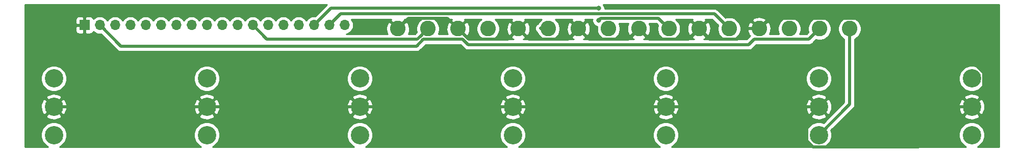
<source format=gbr>
G04 #@! TF.GenerationSoftware,KiCad,Pcbnew,(5.1.2)-2*
G04 #@! TF.CreationDate,2020-03-29T17:17:04-06:00*
G04 #@! TF.ProjectId,Switches,53776974-6368-4657-932e-6b696361645f,rev?*
G04 #@! TF.SameCoordinates,Original*
G04 #@! TF.FileFunction,Copper,L2,Bot*
G04 #@! TF.FilePolarity,Positive*
%FSLAX46Y46*%
G04 Gerber Fmt 4.6, Leading zero omitted, Abs format (unit mm)*
G04 Created by KiCad (PCBNEW (5.1.2)-2) date 2020-03-29 17:17:04*
%MOMM*%
%LPD*%
G04 APERTURE LIST*
%ADD10C,2.600000*%
%ADD11O,1.700000X1.700000*%
%ADD12R,1.700000X1.700000*%
%ADD13C,3.048000*%
%ADD14C,0.800000*%
%ADD15C,0.508000*%
%ADD16C,0.254000*%
G04 APERTURE END LIST*
D10*
X190530000Y-54690000D03*
X185530000Y-54690000D03*
X180530000Y-54690000D03*
X175530000Y-54690000D03*
X170530000Y-54690000D03*
X165530000Y-54690000D03*
X160530000Y-54690000D03*
X155530000Y-54690000D03*
X150530000Y-54690000D03*
X145530000Y-54690000D03*
X140530000Y-54690000D03*
X135530000Y-54690000D03*
X130530000Y-54690000D03*
X125530000Y-54690000D03*
X120530000Y-54690000D03*
X115530000Y-54690000D03*
D11*
X106680000Y-54102000D03*
X104140000Y-54102000D03*
X101600000Y-54102000D03*
X99060000Y-54102000D03*
X96520000Y-54102000D03*
X93980000Y-54102000D03*
X91440000Y-54102000D03*
X88900000Y-54102000D03*
X86360000Y-54102000D03*
X83820000Y-54102000D03*
X81280000Y-54102000D03*
X78740000Y-54102000D03*
X76200000Y-54102000D03*
X73660000Y-54102000D03*
X71120000Y-54102000D03*
X68580000Y-54102000D03*
X66040000Y-54102000D03*
D12*
X63500000Y-54102000D03*
D13*
X210820000Y-72392000D03*
X210820000Y-67692000D03*
X210820000Y-62992000D03*
X58420000Y-72392000D03*
X58420000Y-67692000D03*
X58420000Y-62992000D03*
X185420000Y-72392000D03*
X185420000Y-67692000D03*
X185420000Y-62992000D03*
X160020000Y-72392000D03*
X160020000Y-67692000D03*
X160020000Y-62992000D03*
X134620000Y-72392000D03*
X134620000Y-67692000D03*
X134620000Y-62992000D03*
X109220000Y-72392000D03*
X109220000Y-67692000D03*
X109220000Y-62992000D03*
X83820000Y-72392000D03*
X83820000Y-67692000D03*
X83820000Y-62992000D03*
D14*
X148844000Y-51308000D03*
X148844000Y-53340000D03*
D15*
X190530000Y-67282000D02*
X190530000Y-54690000D01*
X185420000Y-72392000D02*
X190530000Y-67282000D01*
X66040000Y-54102000D02*
X69542011Y-57604011D01*
X69542011Y-57604011D02*
X118617267Y-57604011D01*
X118617267Y-57604011D02*
X119777277Y-56444001D01*
X119777277Y-56444001D02*
X126282723Y-56444001D01*
X183775999Y-56444001D02*
X184230001Y-55989999D01*
X184230001Y-55989999D02*
X185530000Y-54690000D01*
X174681277Y-56444001D02*
X183775999Y-56444001D01*
X173775267Y-57350011D02*
X174681277Y-56444001D01*
X127188733Y-57350011D02*
X173775267Y-57350011D01*
X126282723Y-56444001D02*
X127188733Y-57350011D01*
X212343999Y-66168001D02*
X210820000Y-67692000D01*
X212798001Y-65713999D02*
X212343999Y-66168001D01*
X212798001Y-62042559D02*
X212798001Y-65713999D01*
X203691441Y-52935999D02*
X212798001Y-62042559D01*
X177284001Y-52935999D02*
X203691441Y-52935999D01*
X175530000Y-54690000D02*
X177284001Y-52935999D01*
X183896001Y-69215999D02*
X185420000Y-67692000D01*
X183441999Y-69670001D02*
X183896001Y-69215999D01*
X183441999Y-73341441D02*
X183441999Y-69670001D01*
X184470559Y-74370001D02*
X183441999Y-73341441D01*
X201986738Y-74370001D02*
X184470559Y-74370001D01*
X208664739Y-67692000D02*
X201986738Y-74370001D01*
X210820000Y-67692000D02*
X208664739Y-67692000D01*
X183264739Y-67692000D02*
X160020000Y-67692000D01*
X185420000Y-67692000D02*
X183264739Y-67692000D01*
X157864739Y-67692000D02*
X134620000Y-67692000D01*
X160020000Y-67692000D02*
X157864739Y-67692000D01*
X134620000Y-67692000D02*
X108584000Y-67692000D01*
X108584000Y-67692000D02*
X109220000Y-67692000D01*
X109220000Y-67692000D02*
X83820000Y-67692000D01*
X83820000Y-67692000D02*
X58420000Y-67692000D01*
X63500000Y-62612000D02*
X63500000Y-54102000D01*
X58420000Y-67692000D02*
X63500000Y-62612000D01*
X166829999Y-55989999D02*
X165530000Y-54690000D01*
X167284001Y-56444001D02*
X166829999Y-55989999D01*
X171937522Y-56444001D02*
X167284001Y-56444001D01*
X173691523Y-54690000D02*
X171937522Y-56444001D01*
X175530000Y-54690000D02*
X173691523Y-54690000D01*
X157284001Y-56444001D02*
X156829999Y-55989999D01*
X163775999Y-56444001D02*
X157284001Y-56444001D01*
X156829999Y-55989999D02*
X155530000Y-54690000D01*
X165530000Y-54690000D02*
X163775999Y-56444001D01*
X146829999Y-55989999D02*
X145530000Y-54690000D01*
X147284001Y-56444001D02*
X146829999Y-55989999D01*
X153775999Y-56444001D02*
X147284001Y-56444001D01*
X155530000Y-54690000D02*
X153775999Y-56444001D01*
X136829999Y-55989999D02*
X135530000Y-54690000D01*
X137284001Y-56444001D02*
X136829999Y-55989999D01*
X143775999Y-56444001D02*
X137284001Y-56444001D01*
X145530000Y-54690000D02*
X143775999Y-56444001D01*
X126829999Y-55989999D02*
X125530000Y-54690000D01*
X127284001Y-56444001D02*
X126829999Y-55989999D01*
X133775999Y-56444001D02*
X127284001Y-56444001D01*
X135530000Y-54690000D02*
X133775999Y-56444001D01*
X116829999Y-53390001D02*
X115530000Y-54690000D01*
X117284001Y-52935999D02*
X116829999Y-53390001D01*
X123775999Y-52935999D02*
X117284001Y-52935999D01*
X125530000Y-54690000D02*
X123775999Y-52935999D01*
X104989999Y-53252001D02*
X104140000Y-54102000D01*
X106014011Y-52227989D02*
X104989999Y-53252001D01*
X168067989Y-52227989D02*
X106014011Y-52227989D01*
X170530000Y-54690000D02*
X168067989Y-52227989D01*
X159230001Y-53390001D02*
X160530000Y-54690000D01*
X158775999Y-52935999D02*
X159230001Y-53390001D01*
X149248001Y-52935999D02*
X158775999Y-52935999D01*
X148844000Y-53340000D02*
X149248001Y-52935999D01*
X104394000Y-51308000D02*
X101600000Y-54102000D01*
X148844000Y-51308000D02*
X104394000Y-51308000D01*
X139272000Y-54690000D02*
X139192000Y-54610000D01*
X140530000Y-54690000D02*
X139272000Y-54690000D01*
X119230001Y-55989999D02*
X120530000Y-54690000D01*
X118775999Y-56444001D02*
X119230001Y-55989999D01*
X93782001Y-56444001D02*
X118775999Y-56444001D01*
X91440000Y-54102000D02*
X93782001Y-56444001D01*
D16*
G36*
X103762341Y-50676341D02*
G01*
X103734506Y-50710258D01*
X101813884Y-52630881D01*
X101672950Y-52617000D01*
X101527050Y-52617000D01*
X101308889Y-52638487D01*
X101028966Y-52723401D01*
X100770986Y-52861294D01*
X100544866Y-53046866D01*
X100359294Y-53272986D01*
X100330000Y-53327791D01*
X100300706Y-53272986D01*
X100115134Y-53046866D01*
X99889014Y-52861294D01*
X99631034Y-52723401D01*
X99351111Y-52638487D01*
X99132950Y-52617000D01*
X98987050Y-52617000D01*
X98768889Y-52638487D01*
X98488966Y-52723401D01*
X98230986Y-52861294D01*
X98004866Y-53046866D01*
X97819294Y-53272986D01*
X97790000Y-53327791D01*
X97760706Y-53272986D01*
X97575134Y-53046866D01*
X97349014Y-52861294D01*
X97091034Y-52723401D01*
X96811111Y-52638487D01*
X96592950Y-52617000D01*
X96447050Y-52617000D01*
X96228889Y-52638487D01*
X95948966Y-52723401D01*
X95690986Y-52861294D01*
X95464866Y-53046866D01*
X95279294Y-53272986D01*
X95250000Y-53327791D01*
X95220706Y-53272986D01*
X95035134Y-53046866D01*
X94809014Y-52861294D01*
X94551034Y-52723401D01*
X94271111Y-52638487D01*
X94052950Y-52617000D01*
X93907050Y-52617000D01*
X93688889Y-52638487D01*
X93408966Y-52723401D01*
X93150986Y-52861294D01*
X92924866Y-53046866D01*
X92739294Y-53272986D01*
X92710000Y-53327791D01*
X92680706Y-53272986D01*
X92495134Y-53046866D01*
X92269014Y-52861294D01*
X92011034Y-52723401D01*
X91731111Y-52638487D01*
X91512950Y-52617000D01*
X91367050Y-52617000D01*
X91148889Y-52638487D01*
X90868966Y-52723401D01*
X90610986Y-52861294D01*
X90384866Y-53046866D01*
X90199294Y-53272986D01*
X90170000Y-53327791D01*
X90140706Y-53272986D01*
X89955134Y-53046866D01*
X89729014Y-52861294D01*
X89471034Y-52723401D01*
X89191111Y-52638487D01*
X88972950Y-52617000D01*
X88827050Y-52617000D01*
X88608889Y-52638487D01*
X88328966Y-52723401D01*
X88070986Y-52861294D01*
X87844866Y-53046866D01*
X87659294Y-53272986D01*
X87630000Y-53327791D01*
X87600706Y-53272986D01*
X87415134Y-53046866D01*
X87189014Y-52861294D01*
X86931034Y-52723401D01*
X86651111Y-52638487D01*
X86432950Y-52617000D01*
X86287050Y-52617000D01*
X86068889Y-52638487D01*
X85788966Y-52723401D01*
X85530986Y-52861294D01*
X85304866Y-53046866D01*
X85119294Y-53272986D01*
X85090000Y-53327791D01*
X85060706Y-53272986D01*
X84875134Y-53046866D01*
X84649014Y-52861294D01*
X84391034Y-52723401D01*
X84111111Y-52638487D01*
X83892950Y-52617000D01*
X83747050Y-52617000D01*
X83528889Y-52638487D01*
X83248966Y-52723401D01*
X82990986Y-52861294D01*
X82764866Y-53046866D01*
X82579294Y-53272986D01*
X82550000Y-53327791D01*
X82520706Y-53272986D01*
X82335134Y-53046866D01*
X82109014Y-52861294D01*
X81851034Y-52723401D01*
X81571111Y-52638487D01*
X81352950Y-52617000D01*
X81207050Y-52617000D01*
X80988889Y-52638487D01*
X80708966Y-52723401D01*
X80450986Y-52861294D01*
X80224866Y-53046866D01*
X80039294Y-53272986D01*
X80010000Y-53327791D01*
X79980706Y-53272986D01*
X79795134Y-53046866D01*
X79569014Y-52861294D01*
X79311034Y-52723401D01*
X79031111Y-52638487D01*
X78812950Y-52617000D01*
X78667050Y-52617000D01*
X78448889Y-52638487D01*
X78168966Y-52723401D01*
X77910986Y-52861294D01*
X77684866Y-53046866D01*
X77499294Y-53272986D01*
X77470000Y-53327791D01*
X77440706Y-53272986D01*
X77255134Y-53046866D01*
X77029014Y-52861294D01*
X76771034Y-52723401D01*
X76491111Y-52638487D01*
X76272950Y-52617000D01*
X76127050Y-52617000D01*
X75908889Y-52638487D01*
X75628966Y-52723401D01*
X75370986Y-52861294D01*
X75144866Y-53046866D01*
X74959294Y-53272986D01*
X74930000Y-53327791D01*
X74900706Y-53272986D01*
X74715134Y-53046866D01*
X74489014Y-52861294D01*
X74231034Y-52723401D01*
X73951111Y-52638487D01*
X73732950Y-52617000D01*
X73587050Y-52617000D01*
X73368889Y-52638487D01*
X73088966Y-52723401D01*
X72830986Y-52861294D01*
X72604866Y-53046866D01*
X72419294Y-53272986D01*
X72390000Y-53327791D01*
X72360706Y-53272986D01*
X72175134Y-53046866D01*
X71949014Y-52861294D01*
X71691034Y-52723401D01*
X71411111Y-52638487D01*
X71192950Y-52617000D01*
X71047050Y-52617000D01*
X70828889Y-52638487D01*
X70548966Y-52723401D01*
X70290986Y-52861294D01*
X70064866Y-53046866D01*
X69879294Y-53272986D01*
X69850000Y-53327791D01*
X69820706Y-53272986D01*
X69635134Y-53046866D01*
X69409014Y-52861294D01*
X69151034Y-52723401D01*
X68871111Y-52638487D01*
X68652950Y-52617000D01*
X68507050Y-52617000D01*
X68288889Y-52638487D01*
X68008966Y-52723401D01*
X67750986Y-52861294D01*
X67524866Y-53046866D01*
X67339294Y-53272986D01*
X67310000Y-53327791D01*
X67280706Y-53272986D01*
X67095134Y-53046866D01*
X66869014Y-52861294D01*
X66611034Y-52723401D01*
X66331111Y-52638487D01*
X66112950Y-52617000D01*
X65967050Y-52617000D01*
X65748889Y-52638487D01*
X65468966Y-52723401D01*
X65210986Y-52861294D01*
X64984866Y-53046866D01*
X64960393Y-53076687D01*
X64939502Y-53007820D01*
X64880537Y-52897506D01*
X64801185Y-52800815D01*
X64704494Y-52721463D01*
X64594180Y-52662498D01*
X64474482Y-52626188D01*
X64350000Y-52613928D01*
X63785750Y-52617000D01*
X63627000Y-52775750D01*
X63627000Y-53975000D01*
X63647000Y-53975000D01*
X63647000Y-54229000D01*
X63627000Y-54229000D01*
X63627000Y-55428250D01*
X63785750Y-55587000D01*
X64350000Y-55590072D01*
X64474482Y-55577812D01*
X64594180Y-55541502D01*
X64704494Y-55482537D01*
X64801185Y-55403185D01*
X64880537Y-55306494D01*
X64939502Y-55196180D01*
X64960393Y-55127313D01*
X64984866Y-55157134D01*
X65210986Y-55342706D01*
X65468966Y-55480599D01*
X65748889Y-55565513D01*
X65967050Y-55587000D01*
X66112950Y-55587000D01*
X66253884Y-55573119D01*
X68882517Y-58201753D01*
X68910352Y-58235670D01*
X69045720Y-58346764D01*
X69200160Y-58429314D01*
X69266069Y-58449307D01*
X69367735Y-58480147D01*
X69400935Y-58483417D01*
X69498344Y-58493011D01*
X69498350Y-58493011D01*
X69542010Y-58497311D01*
X69585670Y-58493011D01*
X118573607Y-58493011D01*
X118617267Y-58497311D01*
X118660927Y-58493011D01*
X118660934Y-58493011D01*
X118791541Y-58480147D01*
X118959118Y-58429314D01*
X119113558Y-58346764D01*
X119248926Y-58235670D01*
X119276766Y-58201747D01*
X120145513Y-57333001D01*
X125914488Y-57333001D01*
X126529238Y-57947752D01*
X126557074Y-57981670D01*
X126692442Y-58092764D01*
X126846882Y-58175314D01*
X126963625Y-58210727D01*
X127014458Y-58226147D01*
X127031058Y-58227782D01*
X127145066Y-58239011D01*
X127145073Y-58239011D01*
X127188733Y-58243311D01*
X127232393Y-58239011D01*
X173731607Y-58239011D01*
X173775267Y-58243311D01*
X173818927Y-58239011D01*
X173818934Y-58239011D01*
X173949541Y-58226147D01*
X174117118Y-58175314D01*
X174271558Y-58092764D01*
X174406926Y-57981670D01*
X174434766Y-57947747D01*
X175049513Y-57333001D01*
X183732339Y-57333001D01*
X183775999Y-57337301D01*
X183819659Y-57333001D01*
X183819666Y-57333001D01*
X183950273Y-57320137D01*
X184117850Y-57269304D01*
X184272290Y-57186754D01*
X184407658Y-57075660D01*
X184435498Y-57041737D01*
X184938014Y-56539221D01*
X184965581Y-56550639D01*
X185339419Y-56625000D01*
X185720581Y-56625000D01*
X186094419Y-56550639D01*
X186446566Y-56404775D01*
X186763491Y-56193013D01*
X187033013Y-55923491D01*
X187244775Y-55606566D01*
X187390639Y-55254419D01*
X187465000Y-54880581D01*
X187465000Y-54499419D01*
X187390639Y-54125581D01*
X187244775Y-53773434D01*
X187033013Y-53456509D01*
X186763491Y-53186987D01*
X186446566Y-52975225D01*
X186094419Y-52829361D01*
X185720581Y-52755000D01*
X185339419Y-52755000D01*
X184965581Y-52829361D01*
X184613434Y-52975225D01*
X184296509Y-53186987D01*
X184026987Y-53456509D01*
X183815225Y-53773434D01*
X183669361Y-54125581D01*
X183595000Y-54499419D01*
X183595000Y-54880581D01*
X183669361Y-55254419D01*
X183680779Y-55281986D01*
X183407764Y-55555001D01*
X182266134Y-55555001D01*
X182390639Y-55254419D01*
X182465000Y-54880581D01*
X182465000Y-54499419D01*
X182390639Y-54125581D01*
X182244775Y-53773434D01*
X182033013Y-53456509D01*
X181763491Y-53186987D01*
X181446566Y-52975225D01*
X181094419Y-52829361D01*
X180720581Y-52755000D01*
X180339419Y-52755000D01*
X179965581Y-52829361D01*
X179613434Y-52975225D01*
X179296509Y-53186987D01*
X179026987Y-53456509D01*
X178815225Y-53773434D01*
X178669361Y-54125581D01*
X178595000Y-54499419D01*
X178595000Y-54880581D01*
X178669361Y-55254419D01*
X178793866Y-55555001D01*
X177260898Y-55555001D01*
X177345159Y-55386955D01*
X177446250Y-55019443D01*
X177473701Y-54639271D01*
X177426457Y-54261049D01*
X177306333Y-53899310D01*
X177174312Y-53652317D01*
X176879224Y-53520381D01*
X175709605Y-54690000D01*
X175723748Y-54704143D01*
X175544143Y-54883748D01*
X175530000Y-54869605D01*
X175515858Y-54883748D01*
X175336253Y-54704143D01*
X175350395Y-54690000D01*
X174180776Y-53520381D01*
X173885688Y-53652317D01*
X173714841Y-53993045D01*
X173613750Y-54360557D01*
X173586299Y-54740729D01*
X173633543Y-55118951D01*
X173753667Y-55480690D01*
X173885688Y-55727683D01*
X174058582Y-55804985D01*
X174049618Y-55812342D01*
X174021782Y-55846260D01*
X173407032Y-56461011D01*
X171310800Y-56461011D01*
X171446566Y-56404775D01*
X171763491Y-56193013D01*
X172033013Y-55923491D01*
X172244775Y-55606566D01*
X172390639Y-55254419D01*
X172465000Y-54880581D01*
X172465000Y-54499419D01*
X172390639Y-54125581D01*
X172244775Y-53773434D01*
X172033013Y-53456509D01*
X171917280Y-53340776D01*
X174360381Y-53340776D01*
X175530000Y-54510395D01*
X176699619Y-53340776D01*
X176567683Y-53045688D01*
X176226955Y-52874841D01*
X175859443Y-52773750D01*
X175479271Y-52746299D01*
X175101049Y-52793543D01*
X174739310Y-52913667D01*
X174492317Y-53045688D01*
X174360381Y-53340776D01*
X171917280Y-53340776D01*
X171763491Y-53186987D01*
X171446566Y-52975225D01*
X171094419Y-52829361D01*
X170720581Y-52755000D01*
X170339419Y-52755000D01*
X169965581Y-52829361D01*
X169938014Y-52840779D01*
X168727488Y-51630253D01*
X168699648Y-51596330D01*
X168564280Y-51485236D01*
X168409840Y-51402686D01*
X168242263Y-51351853D01*
X168111656Y-51338989D01*
X168111649Y-51338989D01*
X168067989Y-51334689D01*
X168024329Y-51338989D01*
X149879000Y-51338989D01*
X149879000Y-51206061D01*
X149839226Y-51006102D01*
X149761205Y-50817744D01*
X149655804Y-50660000D01*
X215340000Y-50660000D01*
X215340001Y-74340000D01*
X211758850Y-74340000D01*
X211842670Y-74305281D01*
X212196282Y-74069004D01*
X212497004Y-73768282D01*
X212733281Y-73414670D01*
X212896030Y-73021757D01*
X212979000Y-72604643D01*
X212979000Y-72179357D01*
X212896030Y-71762243D01*
X212733281Y-71369330D01*
X212497004Y-71015718D01*
X212196282Y-70714996D01*
X211842670Y-70478719D01*
X211449757Y-70315970D01*
X211032643Y-70233000D01*
X210607357Y-70233000D01*
X210190243Y-70315970D01*
X209797330Y-70478719D01*
X209443718Y-70714996D01*
X209142996Y-71015718D01*
X208906719Y-71369330D01*
X208743970Y-71762243D01*
X208661000Y-72179357D01*
X208661000Y-72604643D01*
X208743970Y-73021757D01*
X208906719Y-73414670D01*
X209142996Y-73768282D01*
X209443718Y-74069004D01*
X209797330Y-74305281D01*
X209881150Y-74340000D01*
X186358850Y-74340000D01*
X186442670Y-74305281D01*
X186796282Y-74069004D01*
X187097004Y-73768282D01*
X187333281Y-73414670D01*
X187496030Y-73021757D01*
X187579000Y-72604643D01*
X187579000Y-72179357D01*
X187496030Y-71762243D01*
X187440662Y-71628573D01*
X189868495Y-69200740D01*
X209490865Y-69200740D01*
X209649764Y-69518758D01*
X210028632Y-69711959D01*
X210437913Y-69827534D01*
X210861876Y-69861042D01*
X211284230Y-69811194D01*
X211688744Y-69679908D01*
X211990236Y-69518758D01*
X212149135Y-69200740D01*
X210820000Y-67871605D01*
X209490865Y-69200740D01*
X189868495Y-69200740D01*
X191127737Y-67941498D01*
X191161659Y-67913659D01*
X191272753Y-67778291D01*
X191296493Y-67733876D01*
X208650958Y-67733876D01*
X208700806Y-68156230D01*
X208832092Y-68560744D01*
X208993242Y-68862236D01*
X209311260Y-69021135D01*
X210640395Y-67692000D01*
X210999605Y-67692000D01*
X212328740Y-69021135D01*
X212646758Y-68862236D01*
X212839959Y-68483368D01*
X212955534Y-68074087D01*
X212989042Y-67650124D01*
X212939194Y-67227770D01*
X212807908Y-66823256D01*
X212646758Y-66521764D01*
X212328740Y-66362865D01*
X210999605Y-67692000D01*
X210640395Y-67692000D01*
X209311260Y-66362865D01*
X208993242Y-66521764D01*
X208800041Y-66900632D01*
X208684466Y-67309913D01*
X208650958Y-67733876D01*
X191296493Y-67733876D01*
X191355303Y-67623851D01*
X191389112Y-67512395D01*
X191406136Y-67456276D01*
X191409406Y-67423076D01*
X191419000Y-67325667D01*
X191419000Y-67325661D01*
X191423300Y-67282001D01*
X191419000Y-67238341D01*
X191419000Y-66183260D01*
X209490865Y-66183260D01*
X210820000Y-67512395D01*
X212149135Y-66183260D01*
X211990236Y-65865242D01*
X211611368Y-65672041D01*
X211202087Y-65556466D01*
X210778124Y-65522958D01*
X210355770Y-65572806D01*
X209951256Y-65704092D01*
X209649764Y-65865242D01*
X209490865Y-66183260D01*
X191419000Y-66183260D01*
X191419000Y-62779357D01*
X208661000Y-62779357D01*
X208661000Y-63204643D01*
X208743970Y-63621757D01*
X208906719Y-64014670D01*
X209142996Y-64368282D01*
X209443718Y-64669004D01*
X209797330Y-64905281D01*
X210190243Y-65068030D01*
X210607357Y-65151000D01*
X211032643Y-65151000D01*
X211449757Y-65068030D01*
X211842670Y-64905281D01*
X212196282Y-64669004D01*
X212497004Y-64368282D01*
X212733281Y-64014670D01*
X212896030Y-63621757D01*
X212979000Y-63204643D01*
X212979000Y-62779357D01*
X212896030Y-62362243D01*
X212733281Y-61969330D01*
X212497004Y-61615718D01*
X212196282Y-61314996D01*
X211842670Y-61078719D01*
X211449757Y-60915970D01*
X211032643Y-60833000D01*
X210607357Y-60833000D01*
X210190243Y-60915970D01*
X209797330Y-61078719D01*
X209443718Y-61314996D01*
X209142996Y-61615718D01*
X208906719Y-61969330D01*
X208743970Y-62362243D01*
X208661000Y-62779357D01*
X191419000Y-62779357D01*
X191419000Y-56416193D01*
X191446566Y-56404775D01*
X191763491Y-56193013D01*
X192033013Y-55923491D01*
X192244775Y-55606566D01*
X192390639Y-55254419D01*
X192465000Y-54880581D01*
X192465000Y-54499419D01*
X192390639Y-54125581D01*
X192244775Y-53773434D01*
X192033013Y-53456509D01*
X191763491Y-53186987D01*
X191446566Y-52975225D01*
X191094419Y-52829361D01*
X190720581Y-52755000D01*
X190339419Y-52755000D01*
X189965581Y-52829361D01*
X189613434Y-52975225D01*
X189296509Y-53186987D01*
X189026987Y-53456509D01*
X188815225Y-53773434D01*
X188669361Y-54125581D01*
X188595000Y-54499419D01*
X188595000Y-54880581D01*
X188669361Y-55254419D01*
X188815225Y-55606566D01*
X189026987Y-55923491D01*
X189296509Y-56193013D01*
X189613434Y-56404775D01*
X189641001Y-56416194D01*
X189641000Y-66913765D01*
X186183427Y-70371338D01*
X186049757Y-70315970D01*
X185632643Y-70233000D01*
X185207357Y-70233000D01*
X184790243Y-70315970D01*
X184397330Y-70478719D01*
X184043718Y-70714996D01*
X183742996Y-71015718D01*
X183506719Y-71369330D01*
X183343970Y-71762243D01*
X183261000Y-72179357D01*
X183261000Y-72604643D01*
X183343970Y-73021757D01*
X183506719Y-73414670D01*
X183742996Y-73768282D01*
X184043718Y-74069004D01*
X184397330Y-74305281D01*
X184481150Y-74340000D01*
X160958850Y-74340000D01*
X161042670Y-74305281D01*
X161396282Y-74069004D01*
X161697004Y-73768282D01*
X161933281Y-73414670D01*
X162096030Y-73021757D01*
X162179000Y-72604643D01*
X162179000Y-72179357D01*
X162096030Y-71762243D01*
X161933281Y-71369330D01*
X161697004Y-71015718D01*
X161396282Y-70714996D01*
X161042670Y-70478719D01*
X160649757Y-70315970D01*
X160232643Y-70233000D01*
X159807357Y-70233000D01*
X159390243Y-70315970D01*
X158997330Y-70478719D01*
X158643718Y-70714996D01*
X158342996Y-71015718D01*
X158106719Y-71369330D01*
X157943970Y-71762243D01*
X157861000Y-72179357D01*
X157861000Y-72604643D01*
X157943970Y-73021757D01*
X158106719Y-73414670D01*
X158342996Y-73768282D01*
X158643718Y-74069004D01*
X158997330Y-74305281D01*
X159081150Y-74340000D01*
X135558850Y-74340000D01*
X135642670Y-74305281D01*
X135996282Y-74069004D01*
X136297004Y-73768282D01*
X136533281Y-73414670D01*
X136696030Y-73021757D01*
X136779000Y-72604643D01*
X136779000Y-72179357D01*
X136696030Y-71762243D01*
X136533281Y-71369330D01*
X136297004Y-71015718D01*
X135996282Y-70714996D01*
X135642670Y-70478719D01*
X135249757Y-70315970D01*
X134832643Y-70233000D01*
X134407357Y-70233000D01*
X133990243Y-70315970D01*
X133597330Y-70478719D01*
X133243718Y-70714996D01*
X132942996Y-71015718D01*
X132706719Y-71369330D01*
X132543970Y-71762243D01*
X132461000Y-72179357D01*
X132461000Y-72604643D01*
X132543970Y-73021757D01*
X132706719Y-73414670D01*
X132942996Y-73768282D01*
X133243718Y-74069004D01*
X133597330Y-74305281D01*
X133681150Y-74340000D01*
X110158850Y-74340000D01*
X110242670Y-74305281D01*
X110596282Y-74069004D01*
X110897004Y-73768282D01*
X111133281Y-73414670D01*
X111296030Y-73021757D01*
X111379000Y-72604643D01*
X111379000Y-72179357D01*
X111296030Y-71762243D01*
X111133281Y-71369330D01*
X110897004Y-71015718D01*
X110596282Y-70714996D01*
X110242670Y-70478719D01*
X109849757Y-70315970D01*
X109432643Y-70233000D01*
X109007357Y-70233000D01*
X108590243Y-70315970D01*
X108197330Y-70478719D01*
X107843718Y-70714996D01*
X107542996Y-71015718D01*
X107306719Y-71369330D01*
X107143970Y-71762243D01*
X107061000Y-72179357D01*
X107061000Y-72604643D01*
X107143970Y-73021757D01*
X107306719Y-73414670D01*
X107542996Y-73768282D01*
X107843718Y-74069004D01*
X108197330Y-74305281D01*
X108281150Y-74340000D01*
X84758850Y-74340000D01*
X84842670Y-74305281D01*
X85196282Y-74069004D01*
X85497004Y-73768282D01*
X85733281Y-73414670D01*
X85896030Y-73021757D01*
X85979000Y-72604643D01*
X85979000Y-72179357D01*
X85896030Y-71762243D01*
X85733281Y-71369330D01*
X85497004Y-71015718D01*
X85196282Y-70714996D01*
X84842670Y-70478719D01*
X84449757Y-70315970D01*
X84032643Y-70233000D01*
X83607357Y-70233000D01*
X83190243Y-70315970D01*
X82797330Y-70478719D01*
X82443718Y-70714996D01*
X82142996Y-71015718D01*
X81906719Y-71369330D01*
X81743970Y-71762243D01*
X81661000Y-72179357D01*
X81661000Y-72604643D01*
X81743970Y-73021757D01*
X81906719Y-73414670D01*
X82142996Y-73768282D01*
X82443718Y-74069004D01*
X82797330Y-74305281D01*
X82881150Y-74340000D01*
X59358850Y-74340000D01*
X59442670Y-74305281D01*
X59796282Y-74069004D01*
X60097004Y-73768282D01*
X60333281Y-73414670D01*
X60496030Y-73021757D01*
X60579000Y-72604643D01*
X60579000Y-72179357D01*
X60496030Y-71762243D01*
X60333281Y-71369330D01*
X60097004Y-71015718D01*
X59796282Y-70714996D01*
X59442670Y-70478719D01*
X59049757Y-70315970D01*
X58632643Y-70233000D01*
X58207357Y-70233000D01*
X57790243Y-70315970D01*
X57397330Y-70478719D01*
X57043718Y-70714996D01*
X56742996Y-71015718D01*
X56506719Y-71369330D01*
X56343970Y-71762243D01*
X56261000Y-72179357D01*
X56261000Y-72604643D01*
X56343970Y-73021757D01*
X56506719Y-73414670D01*
X56742996Y-73768282D01*
X57043718Y-74069004D01*
X57397330Y-74305281D01*
X57481150Y-74340000D01*
X53660000Y-74340000D01*
X53660000Y-69200740D01*
X57090865Y-69200740D01*
X57249764Y-69518758D01*
X57628632Y-69711959D01*
X58037913Y-69827534D01*
X58461876Y-69861042D01*
X58884230Y-69811194D01*
X59288744Y-69679908D01*
X59590236Y-69518758D01*
X59749135Y-69200740D01*
X82490865Y-69200740D01*
X82649764Y-69518758D01*
X83028632Y-69711959D01*
X83437913Y-69827534D01*
X83861876Y-69861042D01*
X84284230Y-69811194D01*
X84688744Y-69679908D01*
X84990236Y-69518758D01*
X85149135Y-69200740D01*
X107890865Y-69200740D01*
X108049764Y-69518758D01*
X108428632Y-69711959D01*
X108837913Y-69827534D01*
X109261876Y-69861042D01*
X109684230Y-69811194D01*
X110088744Y-69679908D01*
X110390236Y-69518758D01*
X110549135Y-69200740D01*
X133290865Y-69200740D01*
X133449764Y-69518758D01*
X133828632Y-69711959D01*
X134237913Y-69827534D01*
X134661876Y-69861042D01*
X135084230Y-69811194D01*
X135488744Y-69679908D01*
X135790236Y-69518758D01*
X135949135Y-69200740D01*
X158690865Y-69200740D01*
X158849764Y-69518758D01*
X159228632Y-69711959D01*
X159637913Y-69827534D01*
X160061876Y-69861042D01*
X160484230Y-69811194D01*
X160888744Y-69679908D01*
X161190236Y-69518758D01*
X161349135Y-69200740D01*
X184090865Y-69200740D01*
X184249764Y-69518758D01*
X184628632Y-69711959D01*
X185037913Y-69827534D01*
X185461876Y-69861042D01*
X185884230Y-69811194D01*
X186288744Y-69679908D01*
X186590236Y-69518758D01*
X186749135Y-69200740D01*
X185420000Y-67871605D01*
X184090865Y-69200740D01*
X161349135Y-69200740D01*
X160020000Y-67871605D01*
X158690865Y-69200740D01*
X135949135Y-69200740D01*
X134620000Y-67871605D01*
X133290865Y-69200740D01*
X110549135Y-69200740D01*
X109220000Y-67871605D01*
X107890865Y-69200740D01*
X85149135Y-69200740D01*
X83820000Y-67871605D01*
X82490865Y-69200740D01*
X59749135Y-69200740D01*
X58420000Y-67871605D01*
X57090865Y-69200740D01*
X53660000Y-69200740D01*
X53660000Y-67733876D01*
X56250958Y-67733876D01*
X56300806Y-68156230D01*
X56432092Y-68560744D01*
X56593242Y-68862236D01*
X56911260Y-69021135D01*
X58240395Y-67692000D01*
X58599605Y-67692000D01*
X59928740Y-69021135D01*
X60246758Y-68862236D01*
X60439959Y-68483368D01*
X60555534Y-68074087D01*
X60582422Y-67733876D01*
X81650958Y-67733876D01*
X81700806Y-68156230D01*
X81832092Y-68560744D01*
X81993242Y-68862236D01*
X82311260Y-69021135D01*
X83640395Y-67692000D01*
X83999605Y-67692000D01*
X85328740Y-69021135D01*
X85646758Y-68862236D01*
X85839959Y-68483368D01*
X85955534Y-68074087D01*
X85982422Y-67733876D01*
X107050958Y-67733876D01*
X107100806Y-68156230D01*
X107232092Y-68560744D01*
X107393242Y-68862236D01*
X107711260Y-69021135D01*
X109040395Y-67692000D01*
X109399605Y-67692000D01*
X110728740Y-69021135D01*
X111046758Y-68862236D01*
X111239959Y-68483368D01*
X111355534Y-68074087D01*
X111382422Y-67733876D01*
X132450958Y-67733876D01*
X132500806Y-68156230D01*
X132632092Y-68560744D01*
X132793242Y-68862236D01*
X133111260Y-69021135D01*
X134440395Y-67692000D01*
X134799605Y-67692000D01*
X136128740Y-69021135D01*
X136446758Y-68862236D01*
X136639959Y-68483368D01*
X136755534Y-68074087D01*
X136782422Y-67733876D01*
X157850958Y-67733876D01*
X157900806Y-68156230D01*
X158032092Y-68560744D01*
X158193242Y-68862236D01*
X158511260Y-69021135D01*
X159840395Y-67692000D01*
X160199605Y-67692000D01*
X161528740Y-69021135D01*
X161846758Y-68862236D01*
X162039959Y-68483368D01*
X162155534Y-68074087D01*
X162182422Y-67733876D01*
X183250958Y-67733876D01*
X183300806Y-68156230D01*
X183432092Y-68560744D01*
X183593242Y-68862236D01*
X183911260Y-69021135D01*
X185240395Y-67692000D01*
X185599605Y-67692000D01*
X186928740Y-69021135D01*
X187246758Y-68862236D01*
X187439959Y-68483368D01*
X187555534Y-68074087D01*
X187589042Y-67650124D01*
X187539194Y-67227770D01*
X187407908Y-66823256D01*
X187246758Y-66521764D01*
X186928740Y-66362865D01*
X185599605Y-67692000D01*
X185240395Y-67692000D01*
X183911260Y-66362865D01*
X183593242Y-66521764D01*
X183400041Y-66900632D01*
X183284466Y-67309913D01*
X183250958Y-67733876D01*
X162182422Y-67733876D01*
X162189042Y-67650124D01*
X162139194Y-67227770D01*
X162007908Y-66823256D01*
X161846758Y-66521764D01*
X161528740Y-66362865D01*
X160199605Y-67692000D01*
X159840395Y-67692000D01*
X158511260Y-66362865D01*
X158193242Y-66521764D01*
X158000041Y-66900632D01*
X157884466Y-67309913D01*
X157850958Y-67733876D01*
X136782422Y-67733876D01*
X136789042Y-67650124D01*
X136739194Y-67227770D01*
X136607908Y-66823256D01*
X136446758Y-66521764D01*
X136128740Y-66362865D01*
X134799605Y-67692000D01*
X134440395Y-67692000D01*
X133111260Y-66362865D01*
X132793242Y-66521764D01*
X132600041Y-66900632D01*
X132484466Y-67309913D01*
X132450958Y-67733876D01*
X111382422Y-67733876D01*
X111389042Y-67650124D01*
X111339194Y-67227770D01*
X111207908Y-66823256D01*
X111046758Y-66521764D01*
X110728740Y-66362865D01*
X109399605Y-67692000D01*
X109040395Y-67692000D01*
X107711260Y-66362865D01*
X107393242Y-66521764D01*
X107200041Y-66900632D01*
X107084466Y-67309913D01*
X107050958Y-67733876D01*
X85982422Y-67733876D01*
X85989042Y-67650124D01*
X85939194Y-67227770D01*
X85807908Y-66823256D01*
X85646758Y-66521764D01*
X85328740Y-66362865D01*
X83999605Y-67692000D01*
X83640395Y-67692000D01*
X82311260Y-66362865D01*
X81993242Y-66521764D01*
X81800041Y-66900632D01*
X81684466Y-67309913D01*
X81650958Y-67733876D01*
X60582422Y-67733876D01*
X60589042Y-67650124D01*
X60539194Y-67227770D01*
X60407908Y-66823256D01*
X60246758Y-66521764D01*
X59928740Y-66362865D01*
X58599605Y-67692000D01*
X58240395Y-67692000D01*
X56911260Y-66362865D01*
X56593242Y-66521764D01*
X56400041Y-66900632D01*
X56284466Y-67309913D01*
X56250958Y-67733876D01*
X53660000Y-67733876D01*
X53660000Y-66183260D01*
X57090865Y-66183260D01*
X58420000Y-67512395D01*
X59749135Y-66183260D01*
X82490865Y-66183260D01*
X83820000Y-67512395D01*
X85149135Y-66183260D01*
X107890865Y-66183260D01*
X109220000Y-67512395D01*
X110549135Y-66183260D01*
X133290865Y-66183260D01*
X134620000Y-67512395D01*
X135949135Y-66183260D01*
X158690865Y-66183260D01*
X160020000Y-67512395D01*
X161349135Y-66183260D01*
X184090865Y-66183260D01*
X185420000Y-67512395D01*
X186749135Y-66183260D01*
X186590236Y-65865242D01*
X186211368Y-65672041D01*
X185802087Y-65556466D01*
X185378124Y-65522958D01*
X184955770Y-65572806D01*
X184551256Y-65704092D01*
X184249764Y-65865242D01*
X184090865Y-66183260D01*
X161349135Y-66183260D01*
X161190236Y-65865242D01*
X160811368Y-65672041D01*
X160402087Y-65556466D01*
X159978124Y-65522958D01*
X159555770Y-65572806D01*
X159151256Y-65704092D01*
X158849764Y-65865242D01*
X158690865Y-66183260D01*
X135949135Y-66183260D01*
X135790236Y-65865242D01*
X135411368Y-65672041D01*
X135002087Y-65556466D01*
X134578124Y-65522958D01*
X134155770Y-65572806D01*
X133751256Y-65704092D01*
X133449764Y-65865242D01*
X133290865Y-66183260D01*
X110549135Y-66183260D01*
X110390236Y-65865242D01*
X110011368Y-65672041D01*
X109602087Y-65556466D01*
X109178124Y-65522958D01*
X108755770Y-65572806D01*
X108351256Y-65704092D01*
X108049764Y-65865242D01*
X107890865Y-66183260D01*
X85149135Y-66183260D01*
X84990236Y-65865242D01*
X84611368Y-65672041D01*
X84202087Y-65556466D01*
X83778124Y-65522958D01*
X83355770Y-65572806D01*
X82951256Y-65704092D01*
X82649764Y-65865242D01*
X82490865Y-66183260D01*
X59749135Y-66183260D01*
X59590236Y-65865242D01*
X59211368Y-65672041D01*
X58802087Y-65556466D01*
X58378124Y-65522958D01*
X57955770Y-65572806D01*
X57551256Y-65704092D01*
X57249764Y-65865242D01*
X57090865Y-66183260D01*
X53660000Y-66183260D01*
X53660000Y-62779357D01*
X56261000Y-62779357D01*
X56261000Y-63204643D01*
X56343970Y-63621757D01*
X56506719Y-64014670D01*
X56742996Y-64368282D01*
X57043718Y-64669004D01*
X57397330Y-64905281D01*
X57790243Y-65068030D01*
X58207357Y-65151000D01*
X58632643Y-65151000D01*
X59049757Y-65068030D01*
X59442670Y-64905281D01*
X59796282Y-64669004D01*
X60097004Y-64368282D01*
X60333281Y-64014670D01*
X60496030Y-63621757D01*
X60579000Y-63204643D01*
X60579000Y-62779357D01*
X81661000Y-62779357D01*
X81661000Y-63204643D01*
X81743970Y-63621757D01*
X81906719Y-64014670D01*
X82142996Y-64368282D01*
X82443718Y-64669004D01*
X82797330Y-64905281D01*
X83190243Y-65068030D01*
X83607357Y-65151000D01*
X84032643Y-65151000D01*
X84449757Y-65068030D01*
X84842670Y-64905281D01*
X85196282Y-64669004D01*
X85497004Y-64368282D01*
X85733281Y-64014670D01*
X85896030Y-63621757D01*
X85979000Y-63204643D01*
X85979000Y-62779357D01*
X107061000Y-62779357D01*
X107061000Y-63204643D01*
X107143970Y-63621757D01*
X107306719Y-64014670D01*
X107542996Y-64368282D01*
X107843718Y-64669004D01*
X108197330Y-64905281D01*
X108590243Y-65068030D01*
X109007357Y-65151000D01*
X109432643Y-65151000D01*
X109849757Y-65068030D01*
X110242670Y-64905281D01*
X110596282Y-64669004D01*
X110897004Y-64368282D01*
X111133281Y-64014670D01*
X111296030Y-63621757D01*
X111379000Y-63204643D01*
X111379000Y-62779357D01*
X132461000Y-62779357D01*
X132461000Y-63204643D01*
X132543970Y-63621757D01*
X132706719Y-64014670D01*
X132942996Y-64368282D01*
X133243718Y-64669004D01*
X133597330Y-64905281D01*
X133990243Y-65068030D01*
X134407357Y-65151000D01*
X134832643Y-65151000D01*
X135249757Y-65068030D01*
X135642670Y-64905281D01*
X135996282Y-64669004D01*
X136297004Y-64368282D01*
X136533281Y-64014670D01*
X136696030Y-63621757D01*
X136779000Y-63204643D01*
X136779000Y-62779357D01*
X157861000Y-62779357D01*
X157861000Y-63204643D01*
X157943970Y-63621757D01*
X158106719Y-64014670D01*
X158342996Y-64368282D01*
X158643718Y-64669004D01*
X158997330Y-64905281D01*
X159390243Y-65068030D01*
X159807357Y-65151000D01*
X160232643Y-65151000D01*
X160649757Y-65068030D01*
X161042670Y-64905281D01*
X161396282Y-64669004D01*
X161697004Y-64368282D01*
X161933281Y-64014670D01*
X162096030Y-63621757D01*
X162179000Y-63204643D01*
X162179000Y-62779357D01*
X183261000Y-62779357D01*
X183261000Y-63204643D01*
X183343970Y-63621757D01*
X183506719Y-64014670D01*
X183742996Y-64368282D01*
X184043718Y-64669004D01*
X184397330Y-64905281D01*
X184790243Y-65068030D01*
X185207357Y-65151000D01*
X185632643Y-65151000D01*
X186049757Y-65068030D01*
X186442670Y-64905281D01*
X186796282Y-64669004D01*
X187097004Y-64368282D01*
X187333281Y-64014670D01*
X187496030Y-63621757D01*
X187579000Y-63204643D01*
X187579000Y-62779357D01*
X187496030Y-62362243D01*
X187333281Y-61969330D01*
X187097004Y-61615718D01*
X186796282Y-61314996D01*
X186442670Y-61078719D01*
X186049757Y-60915970D01*
X185632643Y-60833000D01*
X185207357Y-60833000D01*
X184790243Y-60915970D01*
X184397330Y-61078719D01*
X184043718Y-61314996D01*
X183742996Y-61615718D01*
X183506719Y-61969330D01*
X183343970Y-62362243D01*
X183261000Y-62779357D01*
X162179000Y-62779357D01*
X162096030Y-62362243D01*
X161933281Y-61969330D01*
X161697004Y-61615718D01*
X161396282Y-61314996D01*
X161042670Y-61078719D01*
X160649757Y-60915970D01*
X160232643Y-60833000D01*
X159807357Y-60833000D01*
X159390243Y-60915970D01*
X158997330Y-61078719D01*
X158643718Y-61314996D01*
X158342996Y-61615718D01*
X158106719Y-61969330D01*
X157943970Y-62362243D01*
X157861000Y-62779357D01*
X136779000Y-62779357D01*
X136696030Y-62362243D01*
X136533281Y-61969330D01*
X136297004Y-61615718D01*
X135996282Y-61314996D01*
X135642670Y-61078719D01*
X135249757Y-60915970D01*
X134832643Y-60833000D01*
X134407357Y-60833000D01*
X133990243Y-60915970D01*
X133597330Y-61078719D01*
X133243718Y-61314996D01*
X132942996Y-61615718D01*
X132706719Y-61969330D01*
X132543970Y-62362243D01*
X132461000Y-62779357D01*
X111379000Y-62779357D01*
X111296030Y-62362243D01*
X111133281Y-61969330D01*
X110897004Y-61615718D01*
X110596282Y-61314996D01*
X110242670Y-61078719D01*
X109849757Y-60915970D01*
X109432643Y-60833000D01*
X109007357Y-60833000D01*
X108590243Y-60915970D01*
X108197330Y-61078719D01*
X107843718Y-61314996D01*
X107542996Y-61615718D01*
X107306719Y-61969330D01*
X107143970Y-62362243D01*
X107061000Y-62779357D01*
X85979000Y-62779357D01*
X85896030Y-62362243D01*
X85733281Y-61969330D01*
X85497004Y-61615718D01*
X85196282Y-61314996D01*
X84842670Y-61078719D01*
X84449757Y-60915970D01*
X84032643Y-60833000D01*
X83607357Y-60833000D01*
X83190243Y-60915970D01*
X82797330Y-61078719D01*
X82443718Y-61314996D01*
X82142996Y-61615718D01*
X81906719Y-61969330D01*
X81743970Y-62362243D01*
X81661000Y-62779357D01*
X60579000Y-62779357D01*
X60496030Y-62362243D01*
X60333281Y-61969330D01*
X60097004Y-61615718D01*
X59796282Y-61314996D01*
X59442670Y-61078719D01*
X59049757Y-60915970D01*
X58632643Y-60833000D01*
X58207357Y-60833000D01*
X57790243Y-60915970D01*
X57397330Y-61078719D01*
X57043718Y-61314996D01*
X56742996Y-61615718D01*
X56506719Y-61969330D01*
X56343970Y-62362243D01*
X56261000Y-62779357D01*
X53660000Y-62779357D01*
X53660000Y-54952000D01*
X62011928Y-54952000D01*
X62024188Y-55076482D01*
X62060498Y-55196180D01*
X62119463Y-55306494D01*
X62198815Y-55403185D01*
X62295506Y-55482537D01*
X62405820Y-55541502D01*
X62525518Y-55577812D01*
X62650000Y-55590072D01*
X63214250Y-55587000D01*
X63373000Y-55428250D01*
X63373000Y-54229000D01*
X62173750Y-54229000D01*
X62015000Y-54387750D01*
X62011928Y-54952000D01*
X53660000Y-54952000D01*
X53660000Y-53252000D01*
X62011928Y-53252000D01*
X62015000Y-53816250D01*
X62173750Y-53975000D01*
X63373000Y-53975000D01*
X63373000Y-52775750D01*
X63214250Y-52617000D01*
X62650000Y-52613928D01*
X62525518Y-52626188D01*
X62405820Y-52662498D01*
X62295506Y-52721463D01*
X62198815Y-52800815D01*
X62119463Y-52897506D01*
X62060498Y-53007820D01*
X62024188Y-53127518D01*
X62011928Y-53252000D01*
X53660000Y-53252000D01*
X53660000Y-50660000D01*
X103782253Y-50660000D01*
X103762341Y-50676341D01*
X103762341Y-50676341D01*
G37*
X103762341Y-50676341D02*
X103734506Y-50710258D01*
X101813884Y-52630881D01*
X101672950Y-52617000D01*
X101527050Y-52617000D01*
X101308889Y-52638487D01*
X101028966Y-52723401D01*
X100770986Y-52861294D01*
X100544866Y-53046866D01*
X100359294Y-53272986D01*
X100330000Y-53327791D01*
X100300706Y-53272986D01*
X100115134Y-53046866D01*
X99889014Y-52861294D01*
X99631034Y-52723401D01*
X99351111Y-52638487D01*
X99132950Y-52617000D01*
X98987050Y-52617000D01*
X98768889Y-52638487D01*
X98488966Y-52723401D01*
X98230986Y-52861294D01*
X98004866Y-53046866D01*
X97819294Y-53272986D01*
X97790000Y-53327791D01*
X97760706Y-53272986D01*
X97575134Y-53046866D01*
X97349014Y-52861294D01*
X97091034Y-52723401D01*
X96811111Y-52638487D01*
X96592950Y-52617000D01*
X96447050Y-52617000D01*
X96228889Y-52638487D01*
X95948966Y-52723401D01*
X95690986Y-52861294D01*
X95464866Y-53046866D01*
X95279294Y-53272986D01*
X95250000Y-53327791D01*
X95220706Y-53272986D01*
X95035134Y-53046866D01*
X94809014Y-52861294D01*
X94551034Y-52723401D01*
X94271111Y-52638487D01*
X94052950Y-52617000D01*
X93907050Y-52617000D01*
X93688889Y-52638487D01*
X93408966Y-52723401D01*
X93150986Y-52861294D01*
X92924866Y-53046866D01*
X92739294Y-53272986D01*
X92710000Y-53327791D01*
X92680706Y-53272986D01*
X92495134Y-53046866D01*
X92269014Y-52861294D01*
X92011034Y-52723401D01*
X91731111Y-52638487D01*
X91512950Y-52617000D01*
X91367050Y-52617000D01*
X91148889Y-52638487D01*
X90868966Y-52723401D01*
X90610986Y-52861294D01*
X90384866Y-53046866D01*
X90199294Y-53272986D01*
X90170000Y-53327791D01*
X90140706Y-53272986D01*
X89955134Y-53046866D01*
X89729014Y-52861294D01*
X89471034Y-52723401D01*
X89191111Y-52638487D01*
X88972950Y-52617000D01*
X88827050Y-52617000D01*
X88608889Y-52638487D01*
X88328966Y-52723401D01*
X88070986Y-52861294D01*
X87844866Y-53046866D01*
X87659294Y-53272986D01*
X87630000Y-53327791D01*
X87600706Y-53272986D01*
X87415134Y-53046866D01*
X87189014Y-52861294D01*
X86931034Y-52723401D01*
X86651111Y-52638487D01*
X86432950Y-52617000D01*
X86287050Y-52617000D01*
X86068889Y-52638487D01*
X85788966Y-52723401D01*
X85530986Y-52861294D01*
X85304866Y-53046866D01*
X85119294Y-53272986D01*
X85090000Y-53327791D01*
X85060706Y-53272986D01*
X84875134Y-53046866D01*
X84649014Y-52861294D01*
X84391034Y-52723401D01*
X84111111Y-52638487D01*
X83892950Y-52617000D01*
X83747050Y-52617000D01*
X83528889Y-52638487D01*
X83248966Y-52723401D01*
X82990986Y-52861294D01*
X82764866Y-53046866D01*
X82579294Y-53272986D01*
X82550000Y-53327791D01*
X82520706Y-53272986D01*
X82335134Y-53046866D01*
X82109014Y-52861294D01*
X81851034Y-52723401D01*
X81571111Y-52638487D01*
X81352950Y-52617000D01*
X81207050Y-52617000D01*
X80988889Y-52638487D01*
X80708966Y-52723401D01*
X80450986Y-52861294D01*
X80224866Y-53046866D01*
X80039294Y-53272986D01*
X80010000Y-53327791D01*
X79980706Y-53272986D01*
X79795134Y-53046866D01*
X79569014Y-52861294D01*
X79311034Y-52723401D01*
X79031111Y-52638487D01*
X78812950Y-52617000D01*
X78667050Y-52617000D01*
X78448889Y-52638487D01*
X78168966Y-52723401D01*
X77910986Y-52861294D01*
X77684866Y-53046866D01*
X77499294Y-53272986D01*
X77470000Y-53327791D01*
X77440706Y-53272986D01*
X77255134Y-53046866D01*
X77029014Y-52861294D01*
X76771034Y-52723401D01*
X76491111Y-52638487D01*
X76272950Y-52617000D01*
X76127050Y-52617000D01*
X75908889Y-52638487D01*
X75628966Y-52723401D01*
X75370986Y-52861294D01*
X75144866Y-53046866D01*
X74959294Y-53272986D01*
X74930000Y-53327791D01*
X74900706Y-53272986D01*
X74715134Y-53046866D01*
X74489014Y-52861294D01*
X74231034Y-52723401D01*
X73951111Y-52638487D01*
X73732950Y-52617000D01*
X73587050Y-52617000D01*
X73368889Y-52638487D01*
X73088966Y-52723401D01*
X72830986Y-52861294D01*
X72604866Y-53046866D01*
X72419294Y-53272986D01*
X72390000Y-53327791D01*
X72360706Y-53272986D01*
X72175134Y-53046866D01*
X71949014Y-52861294D01*
X71691034Y-52723401D01*
X71411111Y-52638487D01*
X71192950Y-52617000D01*
X71047050Y-52617000D01*
X70828889Y-52638487D01*
X70548966Y-52723401D01*
X70290986Y-52861294D01*
X70064866Y-53046866D01*
X69879294Y-53272986D01*
X69850000Y-53327791D01*
X69820706Y-53272986D01*
X69635134Y-53046866D01*
X69409014Y-52861294D01*
X69151034Y-52723401D01*
X68871111Y-52638487D01*
X68652950Y-52617000D01*
X68507050Y-52617000D01*
X68288889Y-52638487D01*
X68008966Y-52723401D01*
X67750986Y-52861294D01*
X67524866Y-53046866D01*
X67339294Y-53272986D01*
X67310000Y-53327791D01*
X67280706Y-53272986D01*
X67095134Y-53046866D01*
X66869014Y-52861294D01*
X66611034Y-52723401D01*
X66331111Y-52638487D01*
X66112950Y-52617000D01*
X65967050Y-52617000D01*
X65748889Y-52638487D01*
X65468966Y-52723401D01*
X65210986Y-52861294D01*
X64984866Y-53046866D01*
X64960393Y-53076687D01*
X64939502Y-53007820D01*
X64880537Y-52897506D01*
X64801185Y-52800815D01*
X64704494Y-52721463D01*
X64594180Y-52662498D01*
X64474482Y-52626188D01*
X64350000Y-52613928D01*
X63785750Y-52617000D01*
X63627000Y-52775750D01*
X63627000Y-53975000D01*
X63647000Y-53975000D01*
X63647000Y-54229000D01*
X63627000Y-54229000D01*
X63627000Y-55428250D01*
X63785750Y-55587000D01*
X64350000Y-55590072D01*
X64474482Y-55577812D01*
X64594180Y-55541502D01*
X64704494Y-55482537D01*
X64801185Y-55403185D01*
X64880537Y-55306494D01*
X64939502Y-55196180D01*
X64960393Y-55127313D01*
X64984866Y-55157134D01*
X65210986Y-55342706D01*
X65468966Y-55480599D01*
X65748889Y-55565513D01*
X65967050Y-55587000D01*
X66112950Y-55587000D01*
X66253884Y-55573119D01*
X68882517Y-58201753D01*
X68910352Y-58235670D01*
X69045720Y-58346764D01*
X69200160Y-58429314D01*
X69266069Y-58449307D01*
X69367735Y-58480147D01*
X69400935Y-58483417D01*
X69498344Y-58493011D01*
X69498350Y-58493011D01*
X69542010Y-58497311D01*
X69585670Y-58493011D01*
X118573607Y-58493011D01*
X118617267Y-58497311D01*
X118660927Y-58493011D01*
X118660934Y-58493011D01*
X118791541Y-58480147D01*
X118959118Y-58429314D01*
X119113558Y-58346764D01*
X119248926Y-58235670D01*
X119276766Y-58201747D01*
X120145513Y-57333001D01*
X125914488Y-57333001D01*
X126529238Y-57947752D01*
X126557074Y-57981670D01*
X126692442Y-58092764D01*
X126846882Y-58175314D01*
X126963625Y-58210727D01*
X127014458Y-58226147D01*
X127031058Y-58227782D01*
X127145066Y-58239011D01*
X127145073Y-58239011D01*
X127188733Y-58243311D01*
X127232393Y-58239011D01*
X173731607Y-58239011D01*
X173775267Y-58243311D01*
X173818927Y-58239011D01*
X173818934Y-58239011D01*
X173949541Y-58226147D01*
X174117118Y-58175314D01*
X174271558Y-58092764D01*
X174406926Y-57981670D01*
X174434766Y-57947747D01*
X175049513Y-57333001D01*
X183732339Y-57333001D01*
X183775999Y-57337301D01*
X183819659Y-57333001D01*
X183819666Y-57333001D01*
X183950273Y-57320137D01*
X184117850Y-57269304D01*
X184272290Y-57186754D01*
X184407658Y-57075660D01*
X184435498Y-57041737D01*
X184938014Y-56539221D01*
X184965581Y-56550639D01*
X185339419Y-56625000D01*
X185720581Y-56625000D01*
X186094419Y-56550639D01*
X186446566Y-56404775D01*
X186763491Y-56193013D01*
X187033013Y-55923491D01*
X187244775Y-55606566D01*
X187390639Y-55254419D01*
X187465000Y-54880581D01*
X187465000Y-54499419D01*
X187390639Y-54125581D01*
X187244775Y-53773434D01*
X187033013Y-53456509D01*
X186763491Y-53186987D01*
X186446566Y-52975225D01*
X186094419Y-52829361D01*
X185720581Y-52755000D01*
X185339419Y-52755000D01*
X184965581Y-52829361D01*
X184613434Y-52975225D01*
X184296509Y-53186987D01*
X184026987Y-53456509D01*
X183815225Y-53773434D01*
X183669361Y-54125581D01*
X183595000Y-54499419D01*
X183595000Y-54880581D01*
X183669361Y-55254419D01*
X183680779Y-55281986D01*
X183407764Y-55555001D01*
X182266134Y-55555001D01*
X182390639Y-55254419D01*
X182465000Y-54880581D01*
X182465000Y-54499419D01*
X182390639Y-54125581D01*
X182244775Y-53773434D01*
X182033013Y-53456509D01*
X181763491Y-53186987D01*
X181446566Y-52975225D01*
X181094419Y-52829361D01*
X180720581Y-52755000D01*
X180339419Y-52755000D01*
X179965581Y-52829361D01*
X179613434Y-52975225D01*
X179296509Y-53186987D01*
X179026987Y-53456509D01*
X178815225Y-53773434D01*
X178669361Y-54125581D01*
X178595000Y-54499419D01*
X178595000Y-54880581D01*
X178669361Y-55254419D01*
X178793866Y-55555001D01*
X177260898Y-55555001D01*
X177345159Y-55386955D01*
X177446250Y-55019443D01*
X177473701Y-54639271D01*
X177426457Y-54261049D01*
X177306333Y-53899310D01*
X177174312Y-53652317D01*
X176879224Y-53520381D01*
X175709605Y-54690000D01*
X175723748Y-54704143D01*
X175544143Y-54883748D01*
X175530000Y-54869605D01*
X175515858Y-54883748D01*
X175336253Y-54704143D01*
X175350395Y-54690000D01*
X174180776Y-53520381D01*
X173885688Y-53652317D01*
X173714841Y-53993045D01*
X173613750Y-54360557D01*
X173586299Y-54740729D01*
X173633543Y-55118951D01*
X173753667Y-55480690D01*
X173885688Y-55727683D01*
X174058582Y-55804985D01*
X174049618Y-55812342D01*
X174021782Y-55846260D01*
X173407032Y-56461011D01*
X171310800Y-56461011D01*
X171446566Y-56404775D01*
X171763491Y-56193013D01*
X172033013Y-55923491D01*
X172244775Y-55606566D01*
X172390639Y-55254419D01*
X172465000Y-54880581D01*
X172465000Y-54499419D01*
X172390639Y-54125581D01*
X172244775Y-53773434D01*
X172033013Y-53456509D01*
X171917280Y-53340776D01*
X174360381Y-53340776D01*
X175530000Y-54510395D01*
X176699619Y-53340776D01*
X176567683Y-53045688D01*
X176226955Y-52874841D01*
X175859443Y-52773750D01*
X175479271Y-52746299D01*
X175101049Y-52793543D01*
X174739310Y-52913667D01*
X174492317Y-53045688D01*
X174360381Y-53340776D01*
X171917280Y-53340776D01*
X171763491Y-53186987D01*
X171446566Y-52975225D01*
X171094419Y-52829361D01*
X170720581Y-52755000D01*
X170339419Y-52755000D01*
X169965581Y-52829361D01*
X169938014Y-52840779D01*
X168727488Y-51630253D01*
X168699648Y-51596330D01*
X168564280Y-51485236D01*
X168409840Y-51402686D01*
X168242263Y-51351853D01*
X168111656Y-51338989D01*
X168111649Y-51338989D01*
X168067989Y-51334689D01*
X168024329Y-51338989D01*
X149879000Y-51338989D01*
X149879000Y-51206061D01*
X149839226Y-51006102D01*
X149761205Y-50817744D01*
X149655804Y-50660000D01*
X215340000Y-50660000D01*
X215340001Y-74340000D01*
X211758850Y-74340000D01*
X211842670Y-74305281D01*
X212196282Y-74069004D01*
X212497004Y-73768282D01*
X212733281Y-73414670D01*
X212896030Y-73021757D01*
X212979000Y-72604643D01*
X212979000Y-72179357D01*
X212896030Y-71762243D01*
X212733281Y-71369330D01*
X212497004Y-71015718D01*
X212196282Y-70714996D01*
X211842670Y-70478719D01*
X211449757Y-70315970D01*
X211032643Y-70233000D01*
X210607357Y-70233000D01*
X210190243Y-70315970D01*
X209797330Y-70478719D01*
X209443718Y-70714996D01*
X209142996Y-71015718D01*
X208906719Y-71369330D01*
X208743970Y-71762243D01*
X208661000Y-72179357D01*
X208661000Y-72604643D01*
X208743970Y-73021757D01*
X208906719Y-73414670D01*
X209142996Y-73768282D01*
X209443718Y-74069004D01*
X209797330Y-74305281D01*
X209881150Y-74340000D01*
X186358850Y-74340000D01*
X186442670Y-74305281D01*
X186796282Y-74069004D01*
X187097004Y-73768282D01*
X187333281Y-73414670D01*
X187496030Y-73021757D01*
X187579000Y-72604643D01*
X187579000Y-72179357D01*
X187496030Y-71762243D01*
X187440662Y-71628573D01*
X189868495Y-69200740D01*
X209490865Y-69200740D01*
X209649764Y-69518758D01*
X210028632Y-69711959D01*
X210437913Y-69827534D01*
X210861876Y-69861042D01*
X211284230Y-69811194D01*
X211688744Y-69679908D01*
X211990236Y-69518758D01*
X212149135Y-69200740D01*
X210820000Y-67871605D01*
X209490865Y-69200740D01*
X189868495Y-69200740D01*
X191127737Y-67941498D01*
X191161659Y-67913659D01*
X191272753Y-67778291D01*
X191296493Y-67733876D01*
X208650958Y-67733876D01*
X208700806Y-68156230D01*
X208832092Y-68560744D01*
X208993242Y-68862236D01*
X209311260Y-69021135D01*
X210640395Y-67692000D01*
X210999605Y-67692000D01*
X212328740Y-69021135D01*
X212646758Y-68862236D01*
X212839959Y-68483368D01*
X212955534Y-68074087D01*
X212989042Y-67650124D01*
X212939194Y-67227770D01*
X212807908Y-66823256D01*
X212646758Y-66521764D01*
X212328740Y-66362865D01*
X210999605Y-67692000D01*
X210640395Y-67692000D01*
X209311260Y-66362865D01*
X208993242Y-66521764D01*
X208800041Y-66900632D01*
X208684466Y-67309913D01*
X208650958Y-67733876D01*
X191296493Y-67733876D01*
X191355303Y-67623851D01*
X191389112Y-67512395D01*
X191406136Y-67456276D01*
X191409406Y-67423076D01*
X191419000Y-67325667D01*
X191419000Y-67325661D01*
X191423300Y-67282001D01*
X191419000Y-67238341D01*
X191419000Y-66183260D01*
X209490865Y-66183260D01*
X210820000Y-67512395D01*
X212149135Y-66183260D01*
X211990236Y-65865242D01*
X211611368Y-65672041D01*
X211202087Y-65556466D01*
X210778124Y-65522958D01*
X210355770Y-65572806D01*
X209951256Y-65704092D01*
X209649764Y-65865242D01*
X209490865Y-66183260D01*
X191419000Y-66183260D01*
X191419000Y-62779357D01*
X208661000Y-62779357D01*
X208661000Y-63204643D01*
X208743970Y-63621757D01*
X208906719Y-64014670D01*
X209142996Y-64368282D01*
X209443718Y-64669004D01*
X209797330Y-64905281D01*
X210190243Y-65068030D01*
X210607357Y-65151000D01*
X211032643Y-65151000D01*
X211449757Y-65068030D01*
X211842670Y-64905281D01*
X212196282Y-64669004D01*
X212497004Y-64368282D01*
X212733281Y-64014670D01*
X212896030Y-63621757D01*
X212979000Y-63204643D01*
X212979000Y-62779357D01*
X212896030Y-62362243D01*
X212733281Y-61969330D01*
X212497004Y-61615718D01*
X212196282Y-61314996D01*
X211842670Y-61078719D01*
X211449757Y-60915970D01*
X211032643Y-60833000D01*
X210607357Y-60833000D01*
X210190243Y-60915970D01*
X209797330Y-61078719D01*
X209443718Y-61314996D01*
X209142996Y-61615718D01*
X208906719Y-61969330D01*
X208743970Y-62362243D01*
X208661000Y-62779357D01*
X191419000Y-62779357D01*
X191419000Y-56416193D01*
X191446566Y-56404775D01*
X191763491Y-56193013D01*
X192033013Y-55923491D01*
X192244775Y-55606566D01*
X192390639Y-55254419D01*
X192465000Y-54880581D01*
X192465000Y-54499419D01*
X192390639Y-54125581D01*
X192244775Y-53773434D01*
X192033013Y-53456509D01*
X191763491Y-53186987D01*
X191446566Y-52975225D01*
X191094419Y-52829361D01*
X190720581Y-52755000D01*
X190339419Y-52755000D01*
X189965581Y-52829361D01*
X189613434Y-52975225D01*
X189296509Y-53186987D01*
X189026987Y-53456509D01*
X188815225Y-53773434D01*
X188669361Y-54125581D01*
X188595000Y-54499419D01*
X188595000Y-54880581D01*
X188669361Y-55254419D01*
X188815225Y-55606566D01*
X189026987Y-55923491D01*
X189296509Y-56193013D01*
X189613434Y-56404775D01*
X189641001Y-56416194D01*
X189641000Y-66913765D01*
X186183427Y-70371338D01*
X186049757Y-70315970D01*
X185632643Y-70233000D01*
X185207357Y-70233000D01*
X184790243Y-70315970D01*
X184397330Y-70478719D01*
X184043718Y-70714996D01*
X183742996Y-71015718D01*
X183506719Y-71369330D01*
X183343970Y-71762243D01*
X183261000Y-72179357D01*
X183261000Y-72604643D01*
X183343970Y-73021757D01*
X183506719Y-73414670D01*
X183742996Y-73768282D01*
X184043718Y-74069004D01*
X184397330Y-74305281D01*
X184481150Y-74340000D01*
X160958850Y-74340000D01*
X161042670Y-74305281D01*
X161396282Y-74069004D01*
X161697004Y-73768282D01*
X161933281Y-73414670D01*
X162096030Y-73021757D01*
X162179000Y-72604643D01*
X162179000Y-72179357D01*
X162096030Y-71762243D01*
X161933281Y-71369330D01*
X161697004Y-71015718D01*
X161396282Y-70714996D01*
X161042670Y-70478719D01*
X160649757Y-70315970D01*
X160232643Y-70233000D01*
X159807357Y-70233000D01*
X159390243Y-70315970D01*
X158997330Y-70478719D01*
X158643718Y-70714996D01*
X158342996Y-71015718D01*
X158106719Y-71369330D01*
X157943970Y-71762243D01*
X157861000Y-72179357D01*
X157861000Y-72604643D01*
X157943970Y-73021757D01*
X158106719Y-73414670D01*
X158342996Y-73768282D01*
X158643718Y-74069004D01*
X158997330Y-74305281D01*
X159081150Y-74340000D01*
X135558850Y-74340000D01*
X135642670Y-74305281D01*
X135996282Y-74069004D01*
X136297004Y-73768282D01*
X136533281Y-73414670D01*
X136696030Y-73021757D01*
X136779000Y-72604643D01*
X136779000Y-72179357D01*
X136696030Y-71762243D01*
X136533281Y-71369330D01*
X136297004Y-71015718D01*
X135996282Y-70714996D01*
X135642670Y-70478719D01*
X135249757Y-70315970D01*
X134832643Y-70233000D01*
X134407357Y-70233000D01*
X133990243Y-70315970D01*
X133597330Y-70478719D01*
X133243718Y-70714996D01*
X132942996Y-71015718D01*
X132706719Y-71369330D01*
X132543970Y-71762243D01*
X132461000Y-72179357D01*
X132461000Y-72604643D01*
X132543970Y-73021757D01*
X132706719Y-73414670D01*
X132942996Y-73768282D01*
X133243718Y-74069004D01*
X133597330Y-74305281D01*
X133681150Y-74340000D01*
X110158850Y-74340000D01*
X110242670Y-74305281D01*
X110596282Y-74069004D01*
X110897004Y-73768282D01*
X111133281Y-73414670D01*
X111296030Y-73021757D01*
X111379000Y-72604643D01*
X111379000Y-72179357D01*
X111296030Y-71762243D01*
X111133281Y-71369330D01*
X110897004Y-71015718D01*
X110596282Y-70714996D01*
X110242670Y-70478719D01*
X109849757Y-70315970D01*
X109432643Y-70233000D01*
X109007357Y-70233000D01*
X108590243Y-70315970D01*
X108197330Y-70478719D01*
X107843718Y-70714996D01*
X107542996Y-71015718D01*
X107306719Y-71369330D01*
X107143970Y-71762243D01*
X107061000Y-72179357D01*
X107061000Y-72604643D01*
X107143970Y-73021757D01*
X107306719Y-73414670D01*
X107542996Y-73768282D01*
X107843718Y-74069004D01*
X108197330Y-74305281D01*
X108281150Y-74340000D01*
X84758850Y-74340000D01*
X84842670Y-74305281D01*
X85196282Y-74069004D01*
X85497004Y-73768282D01*
X85733281Y-73414670D01*
X85896030Y-73021757D01*
X85979000Y-72604643D01*
X85979000Y-72179357D01*
X85896030Y-71762243D01*
X85733281Y-71369330D01*
X85497004Y-71015718D01*
X85196282Y-70714996D01*
X84842670Y-70478719D01*
X84449757Y-70315970D01*
X84032643Y-70233000D01*
X83607357Y-70233000D01*
X83190243Y-70315970D01*
X82797330Y-70478719D01*
X82443718Y-70714996D01*
X82142996Y-71015718D01*
X81906719Y-71369330D01*
X81743970Y-71762243D01*
X81661000Y-72179357D01*
X81661000Y-72604643D01*
X81743970Y-73021757D01*
X81906719Y-73414670D01*
X82142996Y-73768282D01*
X82443718Y-74069004D01*
X82797330Y-74305281D01*
X82881150Y-74340000D01*
X59358850Y-74340000D01*
X59442670Y-74305281D01*
X59796282Y-74069004D01*
X60097004Y-73768282D01*
X60333281Y-73414670D01*
X60496030Y-73021757D01*
X60579000Y-72604643D01*
X60579000Y-72179357D01*
X60496030Y-71762243D01*
X60333281Y-71369330D01*
X60097004Y-71015718D01*
X59796282Y-70714996D01*
X59442670Y-70478719D01*
X59049757Y-70315970D01*
X58632643Y-70233000D01*
X58207357Y-70233000D01*
X57790243Y-70315970D01*
X57397330Y-70478719D01*
X57043718Y-70714996D01*
X56742996Y-71015718D01*
X56506719Y-71369330D01*
X56343970Y-71762243D01*
X56261000Y-72179357D01*
X56261000Y-72604643D01*
X56343970Y-73021757D01*
X56506719Y-73414670D01*
X56742996Y-73768282D01*
X57043718Y-74069004D01*
X57397330Y-74305281D01*
X57481150Y-74340000D01*
X53660000Y-74340000D01*
X53660000Y-69200740D01*
X57090865Y-69200740D01*
X57249764Y-69518758D01*
X57628632Y-69711959D01*
X58037913Y-69827534D01*
X58461876Y-69861042D01*
X58884230Y-69811194D01*
X59288744Y-69679908D01*
X59590236Y-69518758D01*
X59749135Y-69200740D01*
X82490865Y-69200740D01*
X82649764Y-69518758D01*
X83028632Y-69711959D01*
X83437913Y-69827534D01*
X83861876Y-69861042D01*
X84284230Y-69811194D01*
X84688744Y-69679908D01*
X84990236Y-69518758D01*
X85149135Y-69200740D01*
X107890865Y-69200740D01*
X108049764Y-69518758D01*
X108428632Y-69711959D01*
X108837913Y-69827534D01*
X109261876Y-69861042D01*
X109684230Y-69811194D01*
X110088744Y-69679908D01*
X110390236Y-69518758D01*
X110549135Y-69200740D01*
X133290865Y-69200740D01*
X133449764Y-69518758D01*
X133828632Y-69711959D01*
X134237913Y-69827534D01*
X134661876Y-69861042D01*
X135084230Y-69811194D01*
X135488744Y-69679908D01*
X135790236Y-69518758D01*
X135949135Y-69200740D01*
X158690865Y-69200740D01*
X158849764Y-69518758D01*
X159228632Y-69711959D01*
X159637913Y-69827534D01*
X160061876Y-69861042D01*
X160484230Y-69811194D01*
X160888744Y-69679908D01*
X161190236Y-69518758D01*
X161349135Y-69200740D01*
X184090865Y-69200740D01*
X184249764Y-69518758D01*
X184628632Y-69711959D01*
X185037913Y-69827534D01*
X185461876Y-69861042D01*
X185884230Y-69811194D01*
X186288744Y-69679908D01*
X186590236Y-69518758D01*
X186749135Y-69200740D01*
X185420000Y-67871605D01*
X184090865Y-69200740D01*
X161349135Y-69200740D01*
X160020000Y-67871605D01*
X158690865Y-69200740D01*
X135949135Y-69200740D01*
X134620000Y-67871605D01*
X133290865Y-69200740D01*
X110549135Y-69200740D01*
X109220000Y-67871605D01*
X107890865Y-69200740D01*
X85149135Y-69200740D01*
X83820000Y-67871605D01*
X82490865Y-69200740D01*
X59749135Y-69200740D01*
X58420000Y-67871605D01*
X57090865Y-69200740D01*
X53660000Y-69200740D01*
X53660000Y-67733876D01*
X56250958Y-67733876D01*
X56300806Y-68156230D01*
X56432092Y-68560744D01*
X56593242Y-68862236D01*
X56911260Y-69021135D01*
X58240395Y-67692000D01*
X58599605Y-67692000D01*
X59928740Y-69021135D01*
X60246758Y-68862236D01*
X60439959Y-68483368D01*
X60555534Y-68074087D01*
X60582422Y-67733876D01*
X81650958Y-67733876D01*
X81700806Y-68156230D01*
X81832092Y-68560744D01*
X81993242Y-68862236D01*
X82311260Y-69021135D01*
X83640395Y-67692000D01*
X83999605Y-67692000D01*
X85328740Y-69021135D01*
X85646758Y-68862236D01*
X85839959Y-68483368D01*
X85955534Y-68074087D01*
X85982422Y-67733876D01*
X107050958Y-67733876D01*
X107100806Y-68156230D01*
X107232092Y-68560744D01*
X107393242Y-68862236D01*
X107711260Y-69021135D01*
X109040395Y-67692000D01*
X109399605Y-67692000D01*
X110728740Y-69021135D01*
X111046758Y-68862236D01*
X111239959Y-68483368D01*
X111355534Y-68074087D01*
X111382422Y-67733876D01*
X132450958Y-67733876D01*
X132500806Y-68156230D01*
X132632092Y-68560744D01*
X132793242Y-68862236D01*
X133111260Y-69021135D01*
X134440395Y-67692000D01*
X134799605Y-67692000D01*
X136128740Y-69021135D01*
X136446758Y-68862236D01*
X136639959Y-68483368D01*
X136755534Y-68074087D01*
X136782422Y-67733876D01*
X157850958Y-67733876D01*
X157900806Y-68156230D01*
X158032092Y-68560744D01*
X158193242Y-68862236D01*
X158511260Y-69021135D01*
X159840395Y-67692000D01*
X160199605Y-67692000D01*
X161528740Y-69021135D01*
X161846758Y-68862236D01*
X162039959Y-68483368D01*
X162155534Y-68074087D01*
X162182422Y-67733876D01*
X183250958Y-67733876D01*
X183300806Y-68156230D01*
X183432092Y-68560744D01*
X183593242Y-68862236D01*
X183911260Y-69021135D01*
X185240395Y-67692000D01*
X185599605Y-67692000D01*
X186928740Y-69021135D01*
X187246758Y-68862236D01*
X187439959Y-68483368D01*
X187555534Y-68074087D01*
X187589042Y-67650124D01*
X187539194Y-67227770D01*
X187407908Y-66823256D01*
X187246758Y-66521764D01*
X186928740Y-66362865D01*
X185599605Y-67692000D01*
X185240395Y-67692000D01*
X183911260Y-66362865D01*
X183593242Y-66521764D01*
X183400041Y-66900632D01*
X183284466Y-67309913D01*
X183250958Y-67733876D01*
X162182422Y-67733876D01*
X162189042Y-67650124D01*
X162139194Y-67227770D01*
X162007908Y-66823256D01*
X161846758Y-66521764D01*
X161528740Y-66362865D01*
X160199605Y-67692000D01*
X159840395Y-67692000D01*
X158511260Y-66362865D01*
X158193242Y-66521764D01*
X158000041Y-66900632D01*
X157884466Y-67309913D01*
X157850958Y-67733876D01*
X136782422Y-67733876D01*
X136789042Y-67650124D01*
X136739194Y-67227770D01*
X136607908Y-66823256D01*
X136446758Y-66521764D01*
X136128740Y-66362865D01*
X134799605Y-67692000D01*
X134440395Y-67692000D01*
X133111260Y-66362865D01*
X132793242Y-66521764D01*
X132600041Y-66900632D01*
X132484466Y-67309913D01*
X132450958Y-67733876D01*
X111382422Y-67733876D01*
X111389042Y-67650124D01*
X111339194Y-67227770D01*
X111207908Y-66823256D01*
X111046758Y-66521764D01*
X110728740Y-66362865D01*
X109399605Y-67692000D01*
X109040395Y-67692000D01*
X107711260Y-66362865D01*
X107393242Y-66521764D01*
X107200041Y-66900632D01*
X107084466Y-67309913D01*
X107050958Y-67733876D01*
X85982422Y-67733876D01*
X85989042Y-67650124D01*
X85939194Y-67227770D01*
X85807908Y-66823256D01*
X85646758Y-66521764D01*
X85328740Y-66362865D01*
X83999605Y-67692000D01*
X83640395Y-67692000D01*
X82311260Y-66362865D01*
X81993242Y-66521764D01*
X81800041Y-66900632D01*
X81684466Y-67309913D01*
X81650958Y-67733876D01*
X60582422Y-67733876D01*
X60589042Y-67650124D01*
X60539194Y-67227770D01*
X60407908Y-66823256D01*
X60246758Y-66521764D01*
X59928740Y-66362865D01*
X58599605Y-67692000D01*
X58240395Y-67692000D01*
X56911260Y-66362865D01*
X56593242Y-66521764D01*
X56400041Y-66900632D01*
X56284466Y-67309913D01*
X56250958Y-67733876D01*
X53660000Y-67733876D01*
X53660000Y-66183260D01*
X57090865Y-66183260D01*
X58420000Y-67512395D01*
X59749135Y-66183260D01*
X82490865Y-66183260D01*
X83820000Y-67512395D01*
X85149135Y-66183260D01*
X107890865Y-66183260D01*
X109220000Y-67512395D01*
X110549135Y-66183260D01*
X133290865Y-66183260D01*
X134620000Y-67512395D01*
X135949135Y-66183260D01*
X158690865Y-66183260D01*
X160020000Y-67512395D01*
X161349135Y-66183260D01*
X184090865Y-66183260D01*
X185420000Y-67512395D01*
X186749135Y-66183260D01*
X186590236Y-65865242D01*
X186211368Y-65672041D01*
X185802087Y-65556466D01*
X185378124Y-65522958D01*
X184955770Y-65572806D01*
X184551256Y-65704092D01*
X184249764Y-65865242D01*
X184090865Y-66183260D01*
X161349135Y-66183260D01*
X161190236Y-65865242D01*
X160811368Y-65672041D01*
X160402087Y-65556466D01*
X159978124Y-65522958D01*
X159555770Y-65572806D01*
X159151256Y-65704092D01*
X158849764Y-65865242D01*
X158690865Y-66183260D01*
X135949135Y-66183260D01*
X135790236Y-65865242D01*
X135411368Y-65672041D01*
X135002087Y-65556466D01*
X134578124Y-65522958D01*
X134155770Y-65572806D01*
X133751256Y-65704092D01*
X133449764Y-65865242D01*
X133290865Y-66183260D01*
X110549135Y-66183260D01*
X110390236Y-65865242D01*
X110011368Y-65672041D01*
X109602087Y-65556466D01*
X109178124Y-65522958D01*
X108755770Y-65572806D01*
X108351256Y-65704092D01*
X108049764Y-65865242D01*
X107890865Y-66183260D01*
X85149135Y-66183260D01*
X84990236Y-65865242D01*
X84611368Y-65672041D01*
X84202087Y-65556466D01*
X83778124Y-65522958D01*
X83355770Y-65572806D01*
X82951256Y-65704092D01*
X82649764Y-65865242D01*
X82490865Y-66183260D01*
X59749135Y-66183260D01*
X59590236Y-65865242D01*
X59211368Y-65672041D01*
X58802087Y-65556466D01*
X58378124Y-65522958D01*
X57955770Y-65572806D01*
X57551256Y-65704092D01*
X57249764Y-65865242D01*
X57090865Y-66183260D01*
X53660000Y-66183260D01*
X53660000Y-62779357D01*
X56261000Y-62779357D01*
X56261000Y-63204643D01*
X56343970Y-63621757D01*
X56506719Y-64014670D01*
X56742996Y-64368282D01*
X57043718Y-64669004D01*
X57397330Y-64905281D01*
X57790243Y-65068030D01*
X58207357Y-65151000D01*
X58632643Y-65151000D01*
X59049757Y-65068030D01*
X59442670Y-64905281D01*
X59796282Y-64669004D01*
X60097004Y-64368282D01*
X60333281Y-64014670D01*
X60496030Y-63621757D01*
X60579000Y-63204643D01*
X60579000Y-62779357D01*
X81661000Y-62779357D01*
X81661000Y-63204643D01*
X81743970Y-63621757D01*
X81906719Y-64014670D01*
X82142996Y-64368282D01*
X82443718Y-64669004D01*
X82797330Y-64905281D01*
X83190243Y-65068030D01*
X83607357Y-65151000D01*
X84032643Y-65151000D01*
X84449757Y-65068030D01*
X84842670Y-64905281D01*
X85196282Y-64669004D01*
X85497004Y-64368282D01*
X85733281Y-64014670D01*
X85896030Y-63621757D01*
X85979000Y-63204643D01*
X85979000Y-62779357D01*
X107061000Y-62779357D01*
X107061000Y-63204643D01*
X107143970Y-63621757D01*
X107306719Y-64014670D01*
X107542996Y-64368282D01*
X107843718Y-64669004D01*
X108197330Y-64905281D01*
X108590243Y-65068030D01*
X109007357Y-65151000D01*
X109432643Y-65151000D01*
X109849757Y-65068030D01*
X110242670Y-64905281D01*
X110596282Y-64669004D01*
X110897004Y-64368282D01*
X111133281Y-64014670D01*
X111296030Y-63621757D01*
X111379000Y-63204643D01*
X111379000Y-62779357D01*
X132461000Y-62779357D01*
X132461000Y-63204643D01*
X132543970Y-63621757D01*
X132706719Y-64014670D01*
X132942996Y-64368282D01*
X133243718Y-64669004D01*
X133597330Y-64905281D01*
X133990243Y-65068030D01*
X134407357Y-65151000D01*
X134832643Y-65151000D01*
X135249757Y-65068030D01*
X135642670Y-64905281D01*
X135996282Y-64669004D01*
X136297004Y-64368282D01*
X136533281Y-64014670D01*
X136696030Y-63621757D01*
X136779000Y-63204643D01*
X136779000Y-62779357D01*
X157861000Y-62779357D01*
X157861000Y-63204643D01*
X157943970Y-63621757D01*
X158106719Y-64014670D01*
X158342996Y-64368282D01*
X158643718Y-64669004D01*
X158997330Y-64905281D01*
X159390243Y-65068030D01*
X159807357Y-65151000D01*
X160232643Y-65151000D01*
X160649757Y-65068030D01*
X161042670Y-64905281D01*
X161396282Y-64669004D01*
X161697004Y-64368282D01*
X161933281Y-64014670D01*
X162096030Y-63621757D01*
X162179000Y-63204643D01*
X162179000Y-62779357D01*
X183261000Y-62779357D01*
X183261000Y-63204643D01*
X183343970Y-63621757D01*
X183506719Y-64014670D01*
X183742996Y-64368282D01*
X184043718Y-64669004D01*
X184397330Y-64905281D01*
X184790243Y-65068030D01*
X185207357Y-65151000D01*
X185632643Y-65151000D01*
X186049757Y-65068030D01*
X186442670Y-64905281D01*
X186796282Y-64669004D01*
X187097004Y-64368282D01*
X187333281Y-64014670D01*
X187496030Y-63621757D01*
X187579000Y-63204643D01*
X187579000Y-62779357D01*
X187496030Y-62362243D01*
X187333281Y-61969330D01*
X187097004Y-61615718D01*
X186796282Y-61314996D01*
X186442670Y-61078719D01*
X186049757Y-60915970D01*
X185632643Y-60833000D01*
X185207357Y-60833000D01*
X184790243Y-60915970D01*
X184397330Y-61078719D01*
X184043718Y-61314996D01*
X183742996Y-61615718D01*
X183506719Y-61969330D01*
X183343970Y-62362243D01*
X183261000Y-62779357D01*
X162179000Y-62779357D01*
X162096030Y-62362243D01*
X161933281Y-61969330D01*
X161697004Y-61615718D01*
X161396282Y-61314996D01*
X161042670Y-61078719D01*
X160649757Y-60915970D01*
X160232643Y-60833000D01*
X159807357Y-60833000D01*
X159390243Y-60915970D01*
X158997330Y-61078719D01*
X158643718Y-61314996D01*
X158342996Y-61615718D01*
X158106719Y-61969330D01*
X157943970Y-62362243D01*
X157861000Y-62779357D01*
X136779000Y-62779357D01*
X136696030Y-62362243D01*
X136533281Y-61969330D01*
X136297004Y-61615718D01*
X135996282Y-61314996D01*
X135642670Y-61078719D01*
X135249757Y-60915970D01*
X134832643Y-60833000D01*
X134407357Y-60833000D01*
X133990243Y-60915970D01*
X133597330Y-61078719D01*
X133243718Y-61314996D01*
X132942996Y-61615718D01*
X132706719Y-61969330D01*
X132543970Y-62362243D01*
X132461000Y-62779357D01*
X111379000Y-62779357D01*
X111296030Y-62362243D01*
X111133281Y-61969330D01*
X110897004Y-61615718D01*
X110596282Y-61314996D01*
X110242670Y-61078719D01*
X109849757Y-60915970D01*
X109432643Y-60833000D01*
X109007357Y-60833000D01*
X108590243Y-60915970D01*
X108197330Y-61078719D01*
X107843718Y-61314996D01*
X107542996Y-61615718D01*
X107306719Y-61969330D01*
X107143970Y-62362243D01*
X107061000Y-62779357D01*
X85979000Y-62779357D01*
X85896030Y-62362243D01*
X85733281Y-61969330D01*
X85497004Y-61615718D01*
X85196282Y-61314996D01*
X84842670Y-61078719D01*
X84449757Y-60915970D01*
X84032643Y-60833000D01*
X83607357Y-60833000D01*
X83190243Y-60915970D01*
X82797330Y-61078719D01*
X82443718Y-61314996D01*
X82142996Y-61615718D01*
X81906719Y-61969330D01*
X81743970Y-62362243D01*
X81661000Y-62779357D01*
X60579000Y-62779357D01*
X60496030Y-62362243D01*
X60333281Y-61969330D01*
X60097004Y-61615718D01*
X59796282Y-61314996D01*
X59442670Y-61078719D01*
X59049757Y-60915970D01*
X58632643Y-60833000D01*
X58207357Y-60833000D01*
X57790243Y-60915970D01*
X57397330Y-61078719D01*
X57043718Y-61314996D01*
X56742996Y-61615718D01*
X56506719Y-61969330D01*
X56343970Y-62362243D01*
X56261000Y-62779357D01*
X53660000Y-62779357D01*
X53660000Y-54952000D01*
X62011928Y-54952000D01*
X62024188Y-55076482D01*
X62060498Y-55196180D01*
X62119463Y-55306494D01*
X62198815Y-55403185D01*
X62295506Y-55482537D01*
X62405820Y-55541502D01*
X62525518Y-55577812D01*
X62650000Y-55590072D01*
X63214250Y-55587000D01*
X63373000Y-55428250D01*
X63373000Y-54229000D01*
X62173750Y-54229000D01*
X62015000Y-54387750D01*
X62011928Y-54952000D01*
X53660000Y-54952000D01*
X53660000Y-53252000D01*
X62011928Y-53252000D01*
X62015000Y-53816250D01*
X62173750Y-53975000D01*
X63373000Y-53975000D01*
X63373000Y-52775750D01*
X63214250Y-52617000D01*
X62650000Y-52613928D01*
X62525518Y-52626188D01*
X62405820Y-52662498D01*
X62295506Y-52721463D01*
X62198815Y-52800815D01*
X62119463Y-52897506D01*
X62060498Y-53007820D01*
X62024188Y-53127518D01*
X62011928Y-53252000D01*
X53660000Y-53252000D01*
X53660000Y-50660000D01*
X103782253Y-50660000D01*
X103762341Y-50676341D01*
G36*
X134360381Y-53340776D02*
G01*
X135530000Y-54510395D01*
X136699619Y-53340776D01*
X136599562Y-53116989D01*
X139401269Y-53116989D01*
X139296509Y-53186987D01*
X139026987Y-53456509D01*
X138815225Y-53773434D01*
X138799302Y-53811876D01*
X138695709Y-53867248D01*
X138560341Y-53978341D01*
X138449248Y-54113709D01*
X138366698Y-54268148D01*
X138315864Y-54435726D01*
X138298700Y-54610000D01*
X138315864Y-54784274D01*
X138366698Y-54951852D01*
X138449248Y-55106291D01*
X138532505Y-55207740D01*
X138612501Y-55287736D01*
X138640341Y-55321659D01*
X138726502Y-55392370D01*
X138815225Y-55606566D01*
X139026987Y-55923491D01*
X139296509Y-56193013D01*
X139613434Y-56404775D01*
X139749200Y-56461011D01*
X136330647Y-56461011D01*
X136567683Y-56334312D01*
X136699619Y-56039224D01*
X135530000Y-54869605D01*
X134360381Y-56039224D01*
X134492317Y-56334312D01*
X134744999Y-56461011D01*
X131310800Y-56461011D01*
X131446566Y-56404775D01*
X131763491Y-56193013D01*
X132033013Y-55923491D01*
X132244775Y-55606566D01*
X132390639Y-55254419D01*
X132465000Y-54880581D01*
X132465000Y-54740729D01*
X133586299Y-54740729D01*
X133633543Y-55118951D01*
X133753667Y-55480690D01*
X133885688Y-55727683D01*
X134180776Y-55859619D01*
X135350395Y-54690000D01*
X135709605Y-54690000D01*
X136879224Y-55859619D01*
X137174312Y-55727683D01*
X137345159Y-55386955D01*
X137446250Y-55019443D01*
X137473701Y-54639271D01*
X137426457Y-54261049D01*
X137306333Y-53899310D01*
X137174312Y-53652317D01*
X136879224Y-53520381D01*
X135709605Y-54690000D01*
X135350395Y-54690000D01*
X134180776Y-53520381D01*
X133885688Y-53652317D01*
X133714841Y-53993045D01*
X133613750Y-54360557D01*
X133586299Y-54740729D01*
X132465000Y-54740729D01*
X132465000Y-54499419D01*
X132390639Y-54125581D01*
X132244775Y-53773434D01*
X132033013Y-53456509D01*
X131763491Y-53186987D01*
X131658731Y-53116989D01*
X134460438Y-53116989D01*
X134360381Y-53340776D01*
X134360381Y-53340776D01*
G37*
X134360381Y-53340776D02*
X135530000Y-54510395D01*
X136699619Y-53340776D01*
X136599562Y-53116989D01*
X139401269Y-53116989D01*
X139296509Y-53186987D01*
X139026987Y-53456509D01*
X138815225Y-53773434D01*
X138799302Y-53811876D01*
X138695709Y-53867248D01*
X138560341Y-53978341D01*
X138449248Y-54113709D01*
X138366698Y-54268148D01*
X138315864Y-54435726D01*
X138298700Y-54610000D01*
X138315864Y-54784274D01*
X138366698Y-54951852D01*
X138449248Y-55106291D01*
X138532505Y-55207740D01*
X138612501Y-55287736D01*
X138640341Y-55321659D01*
X138726502Y-55392370D01*
X138815225Y-55606566D01*
X139026987Y-55923491D01*
X139296509Y-56193013D01*
X139613434Y-56404775D01*
X139749200Y-56461011D01*
X136330647Y-56461011D01*
X136567683Y-56334312D01*
X136699619Y-56039224D01*
X135530000Y-54869605D01*
X134360381Y-56039224D01*
X134492317Y-56334312D01*
X134744999Y-56461011D01*
X131310800Y-56461011D01*
X131446566Y-56404775D01*
X131763491Y-56193013D01*
X132033013Y-55923491D01*
X132244775Y-55606566D01*
X132390639Y-55254419D01*
X132465000Y-54880581D01*
X132465000Y-54740729D01*
X133586299Y-54740729D01*
X133633543Y-55118951D01*
X133753667Y-55480690D01*
X133885688Y-55727683D01*
X134180776Y-55859619D01*
X135350395Y-54690000D01*
X135709605Y-54690000D01*
X136879224Y-55859619D01*
X137174312Y-55727683D01*
X137345159Y-55386955D01*
X137446250Y-55019443D01*
X137473701Y-54639271D01*
X137426457Y-54261049D01*
X137306333Y-53899310D01*
X137174312Y-53652317D01*
X136879224Y-53520381D01*
X135709605Y-54690000D01*
X135350395Y-54690000D01*
X134180776Y-53520381D01*
X133885688Y-53652317D01*
X133714841Y-53993045D01*
X133613750Y-54360557D01*
X133586299Y-54740729D01*
X132465000Y-54740729D01*
X132465000Y-54499419D01*
X132390639Y-54125581D01*
X132244775Y-53773434D01*
X132033013Y-53456509D01*
X131763491Y-53186987D01*
X131658731Y-53116989D01*
X134460438Y-53116989D01*
X134360381Y-53340776D01*
G36*
X164360381Y-53340776D02*
G01*
X165530000Y-54510395D01*
X166699619Y-53340776D01*
X166599562Y-53116989D01*
X167699754Y-53116989D01*
X168680779Y-54098014D01*
X168669361Y-54125581D01*
X168595000Y-54499419D01*
X168595000Y-54880581D01*
X168669361Y-55254419D01*
X168815225Y-55606566D01*
X169026987Y-55923491D01*
X169296509Y-56193013D01*
X169613434Y-56404775D01*
X169749200Y-56461011D01*
X166330647Y-56461011D01*
X166567683Y-56334312D01*
X166699619Y-56039224D01*
X165530000Y-54869605D01*
X164360381Y-56039224D01*
X164492317Y-56334312D01*
X164744999Y-56461011D01*
X161310800Y-56461011D01*
X161446566Y-56404775D01*
X161763491Y-56193013D01*
X162033013Y-55923491D01*
X162244775Y-55606566D01*
X162390639Y-55254419D01*
X162465000Y-54880581D01*
X162465000Y-54740729D01*
X163586299Y-54740729D01*
X163633543Y-55118951D01*
X163753667Y-55480690D01*
X163885688Y-55727683D01*
X164180776Y-55859619D01*
X165350395Y-54690000D01*
X165709605Y-54690000D01*
X166879224Y-55859619D01*
X167174312Y-55727683D01*
X167345159Y-55386955D01*
X167446250Y-55019443D01*
X167473701Y-54639271D01*
X167426457Y-54261049D01*
X167306333Y-53899310D01*
X167174312Y-53652317D01*
X166879224Y-53520381D01*
X165709605Y-54690000D01*
X165350395Y-54690000D01*
X164180776Y-53520381D01*
X163885688Y-53652317D01*
X163714841Y-53993045D01*
X163613750Y-54360557D01*
X163586299Y-54740729D01*
X162465000Y-54740729D01*
X162465000Y-54499419D01*
X162390639Y-54125581D01*
X162244775Y-53773434D01*
X162033013Y-53456509D01*
X161763491Y-53186987D01*
X161658731Y-53116989D01*
X164460438Y-53116989D01*
X164360381Y-53340776D01*
X164360381Y-53340776D01*
G37*
X164360381Y-53340776D02*
X165530000Y-54510395D01*
X166699619Y-53340776D01*
X166599562Y-53116989D01*
X167699754Y-53116989D01*
X168680779Y-54098014D01*
X168669361Y-54125581D01*
X168595000Y-54499419D01*
X168595000Y-54880581D01*
X168669361Y-55254419D01*
X168815225Y-55606566D01*
X169026987Y-55923491D01*
X169296509Y-56193013D01*
X169613434Y-56404775D01*
X169749200Y-56461011D01*
X166330647Y-56461011D01*
X166567683Y-56334312D01*
X166699619Y-56039224D01*
X165530000Y-54869605D01*
X164360381Y-56039224D01*
X164492317Y-56334312D01*
X164744999Y-56461011D01*
X161310800Y-56461011D01*
X161446566Y-56404775D01*
X161763491Y-56193013D01*
X162033013Y-55923491D01*
X162244775Y-55606566D01*
X162390639Y-55254419D01*
X162465000Y-54880581D01*
X162465000Y-54740729D01*
X163586299Y-54740729D01*
X163633543Y-55118951D01*
X163753667Y-55480690D01*
X163885688Y-55727683D01*
X164180776Y-55859619D01*
X165350395Y-54690000D01*
X165709605Y-54690000D01*
X166879224Y-55859619D01*
X167174312Y-55727683D01*
X167345159Y-55386955D01*
X167446250Y-55019443D01*
X167473701Y-54639271D01*
X167426457Y-54261049D01*
X167306333Y-53899310D01*
X167174312Y-53652317D01*
X166879224Y-53520381D01*
X165709605Y-54690000D01*
X165350395Y-54690000D01*
X164180776Y-53520381D01*
X163885688Y-53652317D01*
X163714841Y-53993045D01*
X163613750Y-54360557D01*
X163586299Y-54740729D01*
X162465000Y-54740729D01*
X162465000Y-54499419D01*
X162390639Y-54125581D01*
X162244775Y-53773434D01*
X162033013Y-53456509D01*
X161763491Y-53186987D01*
X161658731Y-53116989D01*
X164460438Y-53116989D01*
X164360381Y-53340776D01*
G36*
X153714841Y-53993045D02*
G01*
X153613750Y-54360557D01*
X153586299Y-54740729D01*
X153633543Y-55118951D01*
X153753667Y-55480690D01*
X153885688Y-55727683D01*
X154180776Y-55859619D01*
X155350395Y-54690000D01*
X155336253Y-54675858D01*
X155515858Y-54496253D01*
X155530000Y-54510395D01*
X155544143Y-54496253D01*
X155723748Y-54675858D01*
X155709605Y-54690000D01*
X156879224Y-55859619D01*
X157174312Y-55727683D01*
X157345159Y-55386955D01*
X157446250Y-55019443D01*
X157473701Y-54639271D01*
X157426457Y-54261049D01*
X157306333Y-53899310D01*
X157266613Y-53824999D01*
X158407764Y-53824999D01*
X158680779Y-54098014D01*
X158669361Y-54125581D01*
X158595000Y-54499419D01*
X158595000Y-54880581D01*
X158669361Y-55254419D01*
X158815225Y-55606566D01*
X159026987Y-55923491D01*
X159296509Y-56193013D01*
X159613434Y-56404775D01*
X159749200Y-56461011D01*
X156330647Y-56461011D01*
X156567683Y-56334312D01*
X156699619Y-56039224D01*
X155530000Y-54869605D01*
X154360381Y-56039224D01*
X154492317Y-56334312D01*
X154744999Y-56461011D01*
X151310800Y-56461011D01*
X151446566Y-56404775D01*
X151763491Y-56193013D01*
X152033013Y-55923491D01*
X152244775Y-55606566D01*
X152390639Y-55254419D01*
X152465000Y-54880581D01*
X152465000Y-54499419D01*
X152390639Y-54125581D01*
X152266134Y-53824999D01*
X153799102Y-53824999D01*
X153714841Y-53993045D01*
X153714841Y-53993045D01*
G37*
X153714841Y-53993045D02*
X153613750Y-54360557D01*
X153586299Y-54740729D01*
X153633543Y-55118951D01*
X153753667Y-55480690D01*
X153885688Y-55727683D01*
X154180776Y-55859619D01*
X155350395Y-54690000D01*
X155336253Y-54675858D01*
X155515858Y-54496253D01*
X155530000Y-54510395D01*
X155544143Y-54496253D01*
X155723748Y-54675858D01*
X155709605Y-54690000D01*
X156879224Y-55859619D01*
X157174312Y-55727683D01*
X157345159Y-55386955D01*
X157446250Y-55019443D01*
X157473701Y-54639271D01*
X157426457Y-54261049D01*
X157306333Y-53899310D01*
X157266613Y-53824999D01*
X158407764Y-53824999D01*
X158680779Y-54098014D01*
X158669361Y-54125581D01*
X158595000Y-54499419D01*
X158595000Y-54880581D01*
X158669361Y-55254419D01*
X158815225Y-55606566D01*
X159026987Y-55923491D01*
X159296509Y-56193013D01*
X159613434Y-56404775D01*
X159749200Y-56461011D01*
X156330647Y-56461011D01*
X156567683Y-56334312D01*
X156699619Y-56039224D01*
X155530000Y-54869605D01*
X154360381Y-56039224D01*
X154492317Y-56334312D01*
X154744999Y-56461011D01*
X151310800Y-56461011D01*
X151446566Y-56404775D01*
X151763491Y-56193013D01*
X152033013Y-55923491D01*
X152244775Y-55606566D01*
X152390639Y-55254419D01*
X152465000Y-54880581D01*
X152465000Y-54499419D01*
X152390639Y-54125581D01*
X152266134Y-53824999D01*
X153799102Y-53824999D01*
X153714841Y-53993045D01*
G36*
X144360381Y-53340776D02*
G01*
X145530000Y-54510395D01*
X146699619Y-53340776D01*
X146599562Y-53116989D01*
X147833083Y-53116989D01*
X147809000Y-53238061D01*
X147809000Y-53441939D01*
X147848774Y-53641898D01*
X147926795Y-53830256D01*
X148040063Y-53999774D01*
X148184226Y-54143937D01*
X148353744Y-54257205D01*
X148542102Y-54335226D01*
X148624404Y-54351597D01*
X148595000Y-54499419D01*
X148595000Y-54880581D01*
X148669361Y-55254419D01*
X148815225Y-55606566D01*
X149026987Y-55923491D01*
X149296509Y-56193013D01*
X149613434Y-56404775D01*
X149749200Y-56461011D01*
X146330647Y-56461011D01*
X146567683Y-56334312D01*
X146699619Y-56039224D01*
X145530000Y-54869605D01*
X144360381Y-56039224D01*
X144492317Y-56334312D01*
X144744999Y-56461011D01*
X141310800Y-56461011D01*
X141446566Y-56404775D01*
X141763491Y-56193013D01*
X142033013Y-55923491D01*
X142244775Y-55606566D01*
X142390639Y-55254419D01*
X142465000Y-54880581D01*
X142465000Y-54740729D01*
X143586299Y-54740729D01*
X143633543Y-55118951D01*
X143753667Y-55480690D01*
X143885688Y-55727683D01*
X144180776Y-55859619D01*
X145350395Y-54690000D01*
X145709605Y-54690000D01*
X146879224Y-55859619D01*
X147174312Y-55727683D01*
X147345159Y-55386955D01*
X147446250Y-55019443D01*
X147473701Y-54639271D01*
X147426457Y-54261049D01*
X147306333Y-53899310D01*
X147174312Y-53652317D01*
X146879224Y-53520381D01*
X145709605Y-54690000D01*
X145350395Y-54690000D01*
X144180776Y-53520381D01*
X143885688Y-53652317D01*
X143714841Y-53993045D01*
X143613750Y-54360557D01*
X143586299Y-54740729D01*
X142465000Y-54740729D01*
X142465000Y-54499419D01*
X142390639Y-54125581D01*
X142244775Y-53773434D01*
X142033013Y-53456509D01*
X141763491Y-53186987D01*
X141658731Y-53116989D01*
X144460438Y-53116989D01*
X144360381Y-53340776D01*
X144360381Y-53340776D01*
G37*
X144360381Y-53340776D02*
X145530000Y-54510395D01*
X146699619Y-53340776D01*
X146599562Y-53116989D01*
X147833083Y-53116989D01*
X147809000Y-53238061D01*
X147809000Y-53441939D01*
X147848774Y-53641898D01*
X147926795Y-53830256D01*
X148040063Y-53999774D01*
X148184226Y-54143937D01*
X148353744Y-54257205D01*
X148542102Y-54335226D01*
X148624404Y-54351597D01*
X148595000Y-54499419D01*
X148595000Y-54880581D01*
X148669361Y-55254419D01*
X148815225Y-55606566D01*
X149026987Y-55923491D01*
X149296509Y-56193013D01*
X149613434Y-56404775D01*
X149749200Y-56461011D01*
X146330647Y-56461011D01*
X146567683Y-56334312D01*
X146699619Y-56039224D01*
X145530000Y-54869605D01*
X144360381Y-56039224D01*
X144492317Y-56334312D01*
X144744999Y-56461011D01*
X141310800Y-56461011D01*
X141446566Y-56404775D01*
X141763491Y-56193013D01*
X142033013Y-55923491D01*
X142244775Y-55606566D01*
X142390639Y-55254419D01*
X142465000Y-54880581D01*
X142465000Y-54740729D01*
X143586299Y-54740729D01*
X143633543Y-55118951D01*
X143753667Y-55480690D01*
X143885688Y-55727683D01*
X144180776Y-55859619D01*
X145350395Y-54690000D01*
X145709605Y-54690000D01*
X146879224Y-55859619D01*
X147174312Y-55727683D01*
X147345159Y-55386955D01*
X147446250Y-55019443D01*
X147473701Y-54639271D01*
X147426457Y-54261049D01*
X147306333Y-53899310D01*
X147174312Y-53652317D01*
X146879224Y-53520381D01*
X145709605Y-54690000D01*
X145350395Y-54690000D01*
X144180776Y-53520381D01*
X143885688Y-53652317D01*
X143714841Y-53993045D01*
X143613750Y-54360557D01*
X143586299Y-54740729D01*
X142465000Y-54740729D01*
X142465000Y-54499419D01*
X142390639Y-54125581D01*
X142244775Y-53773434D01*
X142033013Y-53456509D01*
X141763491Y-53186987D01*
X141658731Y-53116989D01*
X144460438Y-53116989D01*
X144360381Y-53340776D01*
G36*
X124360381Y-53340776D02*
G01*
X125530000Y-54510395D01*
X126699619Y-53340776D01*
X126599562Y-53116989D01*
X129401269Y-53116989D01*
X129296509Y-53186987D01*
X129026987Y-53456509D01*
X128815225Y-53773434D01*
X128669361Y-54125581D01*
X128595000Y-54499419D01*
X128595000Y-54880581D01*
X128669361Y-55254419D01*
X128815225Y-55606566D01*
X129026987Y-55923491D01*
X129296509Y-56193013D01*
X129613434Y-56404775D01*
X129749200Y-56461011D01*
X127556969Y-56461011D01*
X126942222Y-55846265D01*
X126933329Y-55835428D01*
X127174312Y-55727683D01*
X127345159Y-55386955D01*
X127446250Y-55019443D01*
X127473701Y-54639271D01*
X127426457Y-54261049D01*
X127306333Y-53899310D01*
X127174312Y-53652317D01*
X126879224Y-53520381D01*
X125709605Y-54690000D01*
X125723748Y-54704143D01*
X125544143Y-54883748D01*
X125530000Y-54869605D01*
X125515858Y-54883748D01*
X125336253Y-54704143D01*
X125350395Y-54690000D01*
X124180776Y-53520381D01*
X123885688Y-53652317D01*
X123714841Y-53993045D01*
X123613750Y-54360557D01*
X123586299Y-54740729D01*
X123633543Y-55118951D01*
X123753667Y-55480690D01*
X123793387Y-55555001D01*
X122266134Y-55555001D01*
X122390639Y-55254419D01*
X122465000Y-54880581D01*
X122465000Y-54499419D01*
X122390639Y-54125581D01*
X122244775Y-53773434D01*
X122033013Y-53456509D01*
X121763491Y-53186987D01*
X121658731Y-53116989D01*
X124460438Y-53116989D01*
X124360381Y-53340776D01*
X124360381Y-53340776D01*
G37*
X124360381Y-53340776D02*
X125530000Y-54510395D01*
X126699619Y-53340776D01*
X126599562Y-53116989D01*
X129401269Y-53116989D01*
X129296509Y-53186987D01*
X129026987Y-53456509D01*
X128815225Y-53773434D01*
X128669361Y-54125581D01*
X128595000Y-54499419D01*
X128595000Y-54880581D01*
X128669361Y-55254419D01*
X128815225Y-55606566D01*
X129026987Y-55923491D01*
X129296509Y-56193013D01*
X129613434Y-56404775D01*
X129749200Y-56461011D01*
X127556969Y-56461011D01*
X126942222Y-55846265D01*
X126933329Y-55835428D01*
X127174312Y-55727683D01*
X127345159Y-55386955D01*
X127446250Y-55019443D01*
X127473701Y-54639271D01*
X127426457Y-54261049D01*
X127306333Y-53899310D01*
X127174312Y-53652317D01*
X126879224Y-53520381D01*
X125709605Y-54690000D01*
X125723748Y-54704143D01*
X125544143Y-54883748D01*
X125530000Y-54869605D01*
X125515858Y-54883748D01*
X125336253Y-54704143D01*
X125350395Y-54690000D01*
X124180776Y-53520381D01*
X123885688Y-53652317D01*
X123714841Y-53993045D01*
X123613750Y-54360557D01*
X123586299Y-54740729D01*
X123633543Y-55118951D01*
X123753667Y-55480690D01*
X123793387Y-55555001D01*
X122266134Y-55555001D01*
X122390639Y-55254419D01*
X122465000Y-54880581D01*
X122465000Y-54499419D01*
X122390639Y-54125581D01*
X122244775Y-53773434D01*
X122033013Y-53456509D01*
X121763491Y-53186987D01*
X121658731Y-53116989D01*
X124460438Y-53116989D01*
X124360381Y-53340776D01*
G36*
X114360381Y-53340776D02*
G01*
X115530000Y-54510395D01*
X116699619Y-53340776D01*
X116599562Y-53116989D01*
X119401269Y-53116989D01*
X119296509Y-53186987D01*
X119026987Y-53456509D01*
X118815225Y-53773434D01*
X118669361Y-54125581D01*
X118595000Y-54499419D01*
X118595000Y-54880581D01*
X118669361Y-55254419D01*
X118680779Y-55281986D01*
X118407764Y-55555001D01*
X117260898Y-55555001D01*
X117345159Y-55386955D01*
X117446250Y-55019443D01*
X117473701Y-54639271D01*
X117426457Y-54261049D01*
X117306333Y-53899310D01*
X117174312Y-53652317D01*
X116879224Y-53520381D01*
X115709605Y-54690000D01*
X115723748Y-54704143D01*
X115544143Y-54883748D01*
X115530000Y-54869605D01*
X115515858Y-54883748D01*
X115336253Y-54704143D01*
X115350395Y-54690000D01*
X114180776Y-53520381D01*
X113885688Y-53652317D01*
X113714841Y-53993045D01*
X113613750Y-54360557D01*
X113586299Y-54740729D01*
X113633543Y-55118951D01*
X113753667Y-55480690D01*
X113793387Y-55555001D01*
X107005764Y-55555001D01*
X107251034Y-55480599D01*
X107509014Y-55342706D01*
X107735134Y-55157134D01*
X107920706Y-54931014D01*
X108058599Y-54673034D01*
X108143513Y-54393111D01*
X108172185Y-54102000D01*
X108143513Y-53810889D01*
X108058599Y-53530966D01*
X107920706Y-53272986D01*
X107792682Y-53116989D01*
X114460438Y-53116989D01*
X114360381Y-53340776D01*
X114360381Y-53340776D01*
G37*
X114360381Y-53340776D02*
X115530000Y-54510395D01*
X116699619Y-53340776D01*
X116599562Y-53116989D01*
X119401269Y-53116989D01*
X119296509Y-53186987D01*
X119026987Y-53456509D01*
X118815225Y-53773434D01*
X118669361Y-54125581D01*
X118595000Y-54499419D01*
X118595000Y-54880581D01*
X118669361Y-55254419D01*
X118680779Y-55281986D01*
X118407764Y-55555001D01*
X117260898Y-55555001D01*
X117345159Y-55386955D01*
X117446250Y-55019443D01*
X117473701Y-54639271D01*
X117426457Y-54261049D01*
X117306333Y-53899310D01*
X117174312Y-53652317D01*
X116879224Y-53520381D01*
X115709605Y-54690000D01*
X115723748Y-54704143D01*
X115544143Y-54883748D01*
X115530000Y-54869605D01*
X115515858Y-54883748D01*
X115336253Y-54704143D01*
X115350395Y-54690000D01*
X114180776Y-53520381D01*
X113885688Y-53652317D01*
X113714841Y-53993045D01*
X113613750Y-54360557D01*
X113586299Y-54740729D01*
X113633543Y-55118951D01*
X113753667Y-55480690D01*
X113793387Y-55555001D01*
X107005764Y-55555001D01*
X107251034Y-55480599D01*
X107509014Y-55342706D01*
X107735134Y-55157134D01*
X107920706Y-54931014D01*
X108058599Y-54673034D01*
X108143513Y-54393111D01*
X108172185Y-54102000D01*
X108143513Y-53810889D01*
X108058599Y-53530966D01*
X107920706Y-53272986D01*
X107792682Y-53116989D01*
X114460438Y-53116989D01*
X114360381Y-53340776D01*
M02*

</source>
